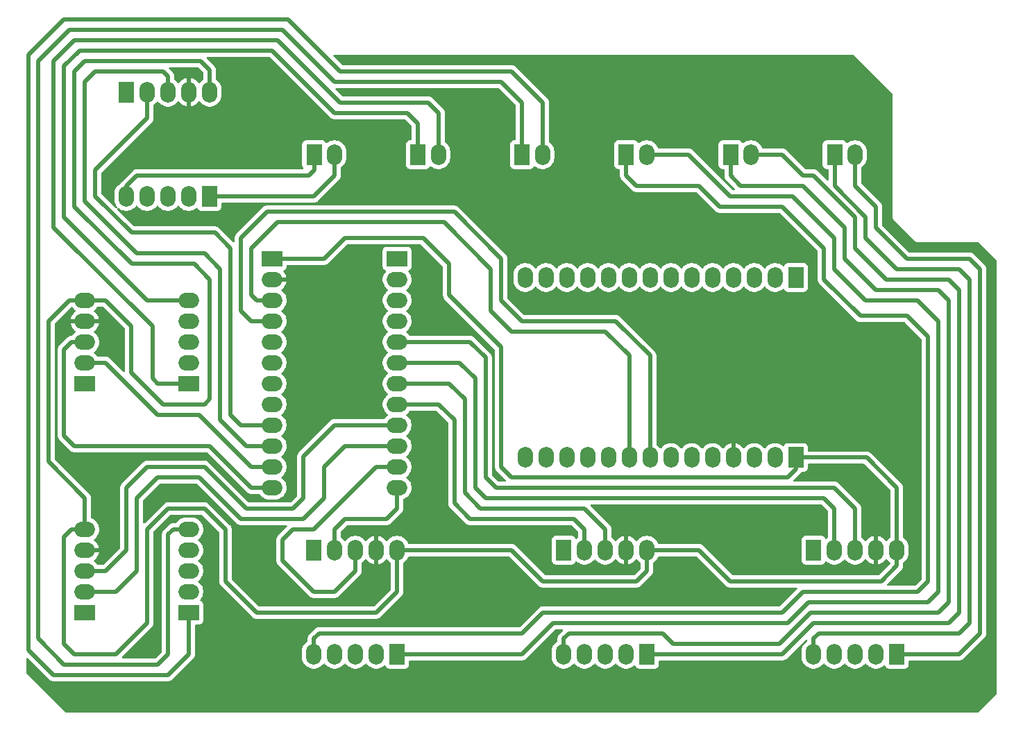
<source format=gbr>
%TF.GenerationSoftware,KiCad,Pcbnew,8.0.7*%
%TF.CreationDate,2025-01-15T15:04:11+01:00*%
%TF.ProjectId,PCB_designing,5043425f-6465-4736-9967-6e696e672e6b,rev?*%
%TF.SameCoordinates,Original*%
%TF.FileFunction,Copper,L2,Bot*%
%TF.FilePolarity,Positive*%
%FSLAX46Y46*%
G04 Gerber Fmt 4.6, Leading zero omitted, Abs format (unit mm)*
G04 Created by KiCad (PCBNEW 8.0.7) date 2025-01-15 15:04:11*
%MOMM*%
%LPD*%
G01*
G04 APERTURE LIST*
%TA.AperFunction,ComponentPad*%
%ADD10R,1.900000X2.500000*%
%TD*%
%TA.AperFunction,ComponentPad*%
%ADD11O,1.900000X2.500000*%
%TD*%
%TA.AperFunction,ComponentPad*%
%ADD12R,2.500000X1.900000*%
%TD*%
%TA.AperFunction,ComponentPad*%
%ADD13O,2.500000X1.900000*%
%TD*%
%TA.AperFunction,ViaPad*%
%ADD14C,1.600000*%
%TD*%
%TA.AperFunction,Conductor*%
%ADD15C,0.500000*%
%TD*%
G04 APERTURE END LIST*
D10*
%TO.P,J3,1,Pin_1*%
%TO.N,unconnected-(J3-Pin_1-Pad1)*%
X165480000Y-78486000D03*
D11*
%TO.P,J3,2,Pin_2*%
%TO.N,unconnected-(J3-Pin_2-Pad2)*%
X162940000Y-78486000D03*
%TO.P,J3,3,Pin_3*%
%TO.N,unconnected-(J3-Pin_3-Pad3)*%
X160400000Y-78486000D03*
%TO.P,J3,4,Pin_4*%
%TO.N,unconnected-(J3-Pin_4-Pad4)*%
X157860000Y-78486000D03*
%TO.P,J3,5,Pin_5*%
%TO.N,unconnected-(J3-Pin_5-Pad5)*%
X155320000Y-78486000D03*
%TO.P,J3,6,Pin_6*%
%TO.N,unconnected-(J3-Pin_6-Pad6)*%
X152780000Y-78486000D03*
%TO.P,J3,7,Pin_7*%
%TO.N,unconnected-(J3-Pin_7-Pad7)*%
X150240000Y-78486000D03*
%TO.P,J3,8,Pin_8*%
%TO.N,unconnected-(J3-Pin_8-Pad8)*%
X147700000Y-78486000D03*
%TO.P,J3,9,Pin_9*%
%TO.N,unconnected-(J3-Pin_9-Pad9)*%
X145160000Y-78486000D03*
%TO.P,J3,10,Pin_10*%
%TO.N,unconnected-(J3-Pin_10-Pad10)*%
X142620000Y-78486000D03*
%TO.P,J3,11,Pin_11*%
%TO.N,unconnected-(J3-Pin_11-Pad11)*%
X140080000Y-78486000D03*
%TO.P,J3,12,Pin_12*%
%TO.N,unconnected-(J3-Pin_12-Pad12)*%
X137540000Y-78486000D03*
%TO.P,J3,13,Pin_13*%
%TO.N,unconnected-(J3-Pin_13-Pad13)*%
X135000000Y-78486000D03*
%TO.P,J3,14,Pin_14*%
%TO.N,unconnected-(J3-Pin_14-Pad14)*%
X132460000Y-78486000D03*
%TD*%
D12*
%TO.P,J11,1,Pin_1*%
%TO.N,unconnected-(J11-Pin_1-Pad1)*%
X78740000Y-91440000D03*
D13*
%TO.P,J11,2,Pin_2*%
%TO.N,SDA1*%
X78740000Y-88900000D03*
%TO.P,J11,3,Pin_3*%
%TO.N,SCL1*%
X78740000Y-86360000D03*
%TO.P,J11,4,Pin_4*%
%TO.N,GND*%
X78740000Y-83820000D03*
%TO.P,J11,5,Pin_5*%
%TO.N,+5V*%
X78740000Y-81280000D03*
%TD*%
D10*
%TO.P,J7,1,Pin_1*%
%TO.N,Net-(J5-Pin_2)*%
X177800000Y-124460000D03*
D11*
%TO.P,J7,2,Pin_2*%
%TO.N,unconnected-(J7-Pin_2-Pad2)*%
X175260000Y-124460000D03*
%TO.P,J7,3,Pin_3*%
%TO.N,unconnected-(J7-Pin_3-Pad3)*%
X172720000Y-124460000D03*
%TO.P,J7,4,Pin_4*%
%TO.N,unconnected-(J7-Pin_4-Pad4)*%
X170180000Y-124460000D03*
%TO.P,J7,5,Pin_5*%
%TO.N,Net-(J5-Pin_1)*%
X167640000Y-124460000D03*
%TD*%
D12*
%TO.P,J1,1,Pin_1*%
%TO.N,+5V*%
X101600000Y-76200000D03*
D13*
%TO.P,J1,2,Pin_2*%
%TO.N,GND*%
X101600000Y-78740000D03*
%TO.P,J1,3,Pin_3*%
%TO.N,SDA*%
X101600000Y-81280000D03*
%TO.P,J1,4,Pin_4*%
%TO.N,SCL*%
X101600000Y-83820000D03*
%TO.P,J1,5,Pin_5*%
%TO.N,unconnected-(J1-Pin_5-Pad5)*%
X101600000Y-86360000D03*
%TO.P,J1,6,Pin_6*%
%TO.N,unconnected-(J1-Pin_6-Pad6)*%
X101600000Y-88900000D03*
%TO.P,J1,7,Pin_7*%
%TO.N,unconnected-(J1-Pin_7-Pad7)*%
X101600000Y-91440000D03*
%TO.P,J1,8,Pin_8*%
%TO.N,unconnected-(J1-Pin_8-Pad8)*%
X101600000Y-93980000D03*
%TO.P,J1,9,Pin_9*%
%TO.N,SDA0*%
X101600000Y-96520000D03*
%TO.P,J1,10,Pin_10*%
%TO.N,SCL0*%
X101600000Y-99060000D03*
%TO.P,J1,11,Pin_11*%
%TO.N,SDA1*%
X101600000Y-101600000D03*
%TO.P,J1,12,Pin_12*%
%TO.N,SCL1*%
X101600000Y-104140000D03*
%TD*%
D10*
%TO.P,J21,1,Pin_1*%
%TO.N,Net-(J18-Pin_5)*%
X144780000Y-63500000D03*
D11*
%TO.P,J21,2,Pin_2*%
%TO.N,Net-(J18-Pin_1)*%
X147280000Y-63500000D03*
%TD*%
D10*
%TO.P,J16,1,Pin_1*%
%TO.N,unconnected-(J16-Pin_1-Pad1)*%
X137160000Y-111760000D03*
D11*
%TO.P,J16,2,Pin_2*%
%TO.N,SDA4*%
X139700000Y-111760000D03*
%TO.P,J16,3,Pin_3*%
%TO.N,SCL4*%
X142240000Y-111760000D03*
%TO.P,J16,4,Pin_4*%
%TO.N,GND*%
X144780000Y-111760000D03*
%TO.P,J16,5,Pin_5*%
%TO.N,+5V*%
X147320000Y-111760000D03*
%TD*%
D10*
%TO.P,J22,1,Pin_1*%
%TO.N,Net-(J19-Pin_5)*%
X157520000Y-63500000D03*
D11*
%TO.P,J22,2,Pin_2*%
%TO.N,Net-(J19-Pin_1)*%
X160020000Y-63500000D03*
%TD*%
D10*
%TO.P,J13,1,Pin_1*%
%TO.N,Net-(J12-Pin_5)*%
X119380000Y-63500000D03*
D11*
%TO.P,J13,2,Pin_2*%
%TO.N,Net-(J12-Pin_1)*%
X121880000Y-63500000D03*
%TD*%
D10*
%TO.P,J10,1,Pin_1*%
%TO.N,Net-(J10-Pin_1)*%
X106720000Y-63500000D03*
D11*
%TO.P,J10,2,Pin_2*%
%TO.N,Net-(J10-Pin_2)*%
X109220000Y-63500000D03*
%TD*%
D10*
%TO.P,J20,1,Pin_1*%
%TO.N,Net-(J17-Pin_5)*%
X132080000Y-63500000D03*
D11*
%TO.P,J20,2,Pin_2*%
%TO.N,Net-(J17-Pin_1)*%
X134580000Y-63500000D03*
%TD*%
D12*
%TO.P,J2,1,Pin_1*%
%TO.N,unconnected-(J2-Pin_1-Pad1)*%
X116840000Y-76200000D03*
D13*
%TO.P,J2,2,Pin_2*%
%TO.N,unconnected-(J2-Pin_2-Pad2)*%
X116840000Y-78740000D03*
%TO.P,J2,3,Pin_3*%
%TO.N,unconnected-(J2-Pin_3-Pad3)*%
X116840000Y-81280000D03*
%TO.P,J2,4,Pin_4*%
%TO.N,unconnected-(J2-Pin_4-Pad4)*%
X116840000Y-83820000D03*
%TO.P,J2,5,Pin_5*%
%TO.N,SCL5*%
X116840000Y-86360000D03*
%TO.P,J2,6,Pin_6*%
%TO.N,SDA5*%
X116840000Y-88900000D03*
%TO.P,J2,7,Pin_7*%
%TO.N,SCL4*%
X116840000Y-91440000D03*
%TO.P,J2,8,Pin_8*%
%TO.N,SDA4*%
X116840000Y-93980000D03*
%TO.P,J2,9,Pin_9*%
%TO.N,SCL3*%
X116840000Y-96520000D03*
%TO.P,J2,10,Pin_10*%
%TO.N,SDA3*%
X116840000Y-99060000D03*
%TO.P,J2,11,Pin_11*%
%TO.N,SCL2*%
X116840000Y-101600000D03*
%TO.P,J2,12,Pin_12*%
%TO.N,SDA2*%
X116840000Y-104140000D03*
%TD*%
D10*
%TO.P,J15,1,Pin_1*%
%TO.N,unconnected-(J15-Pin_1-Pad1)*%
X106680000Y-111760000D03*
D11*
%TO.P,J15,2,Pin_2*%
%TO.N,SDA2*%
X109220000Y-111760000D03*
%TO.P,J15,3,Pin_3*%
%TO.N,SCL2*%
X111760000Y-111760000D03*
%TO.P,J15,4,Pin_4*%
%TO.N,GND*%
X114300000Y-111760000D03*
%TO.P,J15,5,Pin_5*%
%TO.N,+5V*%
X116840000Y-111760000D03*
%TD*%
D10*
%TO.P,J4,1,Pin_1*%
%TO.N,+5V*%
X165480000Y-100466000D03*
D11*
%TO.P,J4,2,Pin_2*%
%TO.N,unconnected-(J4-Pin_2-Pad2)*%
X162940000Y-100466000D03*
%TO.P,J4,3,Pin_3*%
%TO.N,unconnected-(J4-Pin_3-Pad3)*%
X160400000Y-100466000D03*
%TO.P,J4,4,Pin_4*%
%TO.N,GND*%
X157860000Y-100466000D03*
%TO.P,J4,5,Pin_5*%
%TO.N,unconnected-(J4-Pin_5-Pad5)*%
X155320000Y-100466000D03*
%TO.P,J4,6,Pin_6*%
%TO.N,unconnected-(J4-Pin_6-Pad6)*%
X152780000Y-100466000D03*
%TO.P,J4,7,Pin_7*%
%TO.N,unconnected-(J4-Pin_7-Pad7)*%
X150240000Y-100466000D03*
%TO.P,J4,8,Pin_8*%
%TO.N,SCL*%
X147700000Y-100466000D03*
%TO.P,J4,9,Pin_9*%
%TO.N,SDA*%
X145160000Y-100466000D03*
%TO.P,J4,10,Pin_10*%
%TO.N,unconnected-(J4-Pin_10-Pad10)*%
X142620000Y-100466000D03*
%TO.P,J4,11,Pin_11*%
%TO.N,unconnected-(J4-Pin_11-Pad11)*%
X140080000Y-100466000D03*
%TO.P,J4,12,Pin_12*%
%TO.N,unconnected-(J4-Pin_12-Pad12)*%
X137540000Y-100466000D03*
%TO.P,J4,13,Pin_13*%
%TO.N,unconnected-(J4-Pin_13-Pad13)*%
X135000000Y-100466000D03*
%TO.P,J4,14,Pin_14*%
%TO.N,unconnected-(J4-Pin_14-Pad14)*%
X132460000Y-100466000D03*
%TD*%
D10*
%TO.P,J6,1,Pin_1*%
%TO.N,unconnected-(J6-Pin_1-Pad1)*%
X167640000Y-111760000D03*
D11*
%TO.P,J6,2,Pin_2*%
%TO.N,SDA5*%
X170180000Y-111760000D03*
%TO.P,J6,3,Pin_3*%
%TO.N,SCL5*%
X172720000Y-111760000D03*
%TO.P,J6,4,Pin_4*%
%TO.N,GND*%
X175260000Y-111760000D03*
%TO.P,J6,5,Pin_5*%
%TO.N,+5V*%
X177800000Y-111760000D03*
%TD*%
D12*
%TO.P,J12,1,Pin_1*%
%TO.N,Net-(J12-Pin_1)*%
X91465000Y-91440000D03*
D13*
%TO.P,J12,2,Pin_2*%
%TO.N,unconnected-(J12-Pin_2-Pad2)*%
X91465000Y-88900000D03*
%TO.P,J12,3,Pin_3*%
%TO.N,unconnected-(J12-Pin_3-Pad3)*%
X91465000Y-86360000D03*
%TO.P,J12,4,Pin_4*%
%TO.N,unconnected-(J12-Pin_4-Pad4)*%
X91465000Y-83820000D03*
%TO.P,J12,5,Pin_5*%
%TO.N,Net-(J12-Pin_5)*%
X91465000Y-81280000D03*
%TD*%
D10*
%TO.P,J19,1,Pin_1*%
%TO.N,Net-(J19-Pin_1)*%
X147320000Y-124460000D03*
D11*
%TO.P,J19,2,Pin_2*%
%TO.N,unconnected-(J19-Pin_2-Pad2)*%
X144780000Y-124460000D03*
%TO.P,J19,3,Pin_3*%
%TO.N,unconnected-(J19-Pin_3-Pad3)*%
X142240000Y-124460000D03*
%TO.P,J19,4,Pin_4*%
%TO.N,unconnected-(J19-Pin_4-Pad4)*%
X139700000Y-124460000D03*
%TO.P,J19,5,Pin_5*%
%TO.N,Net-(J19-Pin_5)*%
X137160000Y-124460000D03*
%TD*%
D12*
%TO.P,J17,1,Pin_1*%
%TO.N,Net-(J17-Pin_1)*%
X91440000Y-119380000D03*
D13*
%TO.P,J17,2,Pin_2*%
%TO.N,unconnected-(J17-Pin_2-Pad2)*%
X91440000Y-116840000D03*
%TO.P,J17,3,Pin_3*%
%TO.N,unconnected-(J17-Pin_3-Pad3)*%
X91440000Y-114300000D03*
%TO.P,J17,4,Pin_4*%
%TO.N,unconnected-(J17-Pin_4-Pad4)*%
X91440000Y-111760000D03*
%TO.P,J17,5,Pin_5*%
%TO.N,Net-(J17-Pin_5)*%
X91440000Y-109220000D03*
%TD*%
D10*
%TO.P,J5,1,Pin_1*%
%TO.N,Net-(J5-Pin_1)*%
X170220000Y-63500000D03*
D11*
%TO.P,J5,2,Pin_2*%
%TO.N,Net-(J5-Pin_2)*%
X172720000Y-63500000D03*
%TD*%
D10*
%TO.P,J18,1,Pin_1*%
%TO.N,Net-(J18-Pin_1)*%
X116840000Y-124460000D03*
D11*
%TO.P,J18,2,Pin_2*%
%TO.N,unconnected-(J18-Pin_2-Pad2)*%
X114300000Y-124460000D03*
%TO.P,J18,3,Pin_3*%
%TO.N,unconnected-(J18-Pin_3-Pad3)*%
X111760000Y-124460000D03*
%TO.P,J18,4,Pin_4*%
%TO.N,unconnected-(J18-Pin_4-Pad4)*%
X109220000Y-124460000D03*
%TO.P,J18,5,Pin_5*%
%TO.N,Net-(J18-Pin_5)*%
X106680000Y-124460000D03*
%TD*%
D10*
%TO.P,J9,1,Pin_1*%
%TO.N,Net-(J10-Pin_2)*%
X93950000Y-68605000D03*
D11*
%TO.P,J9,2,Pin_2*%
%TO.N,unconnected-(J9-Pin_2-Pad2)*%
X91410000Y-68605000D03*
%TO.P,J9,3,Pin_3*%
%TO.N,unconnected-(J9-Pin_3-Pad3)*%
X88870000Y-68605000D03*
%TO.P,J9,4,Pin_4*%
%TO.N,unconnected-(J9-Pin_4-Pad4)*%
X86330000Y-68605000D03*
%TO.P,J9,5,Pin_5*%
%TO.N,Net-(J10-Pin_1)*%
X83790000Y-68605000D03*
%TD*%
D12*
%TO.P,J14,1,Pin_1*%
%TO.N,unconnected-(J14-Pin_1-Pad1)*%
X78740000Y-119380000D03*
D13*
%TO.P,J14,2,Pin_2*%
%TO.N,SDA3*%
X78740000Y-116840000D03*
%TO.P,J14,3,Pin_3*%
%TO.N,SCL3*%
X78740000Y-114300000D03*
%TO.P,J14,4,Pin_4*%
%TO.N,GND*%
X78740000Y-111760000D03*
%TO.P,J14,5,Pin_5*%
%TO.N,+5V*%
X78740000Y-109220000D03*
%TD*%
D10*
%TO.P,J8,1,Pin_1*%
%TO.N,unconnected-(J8-Pin_1-Pad1)*%
X83820000Y-55880000D03*
D11*
%TO.P,J8,2,Pin_2*%
%TO.N,SDA0*%
X86360000Y-55880000D03*
%TO.P,J8,3,Pin_3*%
%TO.N,SCL0*%
X88900000Y-55880000D03*
%TO.P,J8,4,Pin_4*%
%TO.N,GND*%
X91440000Y-55880000D03*
%TO.P,J8,5,Pin_5*%
%TO.N,+5V*%
X93980000Y-55880000D03*
%TD*%
D14*
%TO.N,GND*%
X112395000Y-79375000D03*
X112395000Y-67945000D03*
X174625000Y-95250000D03*
X174625000Y-104775000D03*
X121285000Y-116205000D03*
X121285000Y-104140000D03*
%TD*%
D15*
%TO.N,+5V*%
X153670000Y-111760000D02*
X147320000Y-111760000D01*
X175895000Y-115570000D02*
X157480000Y-115570000D01*
X177800000Y-113665000D02*
X175895000Y-115570000D01*
X157480000Y-115570000D02*
X153670000Y-111760000D01*
X177800000Y-111760000D02*
X177800000Y-113665000D01*
X165480000Y-101855000D02*
X165480000Y-100466000D01*
X164465000Y-102870000D02*
X165480000Y-101855000D01*
X130810000Y-102870000D02*
X164465000Y-102870000D01*
X129540000Y-101600000D02*
X130810000Y-102870000D01*
X129540000Y-86995000D02*
X129540000Y-101600000D01*
X123190000Y-80645000D02*
X129540000Y-86995000D01*
X120015000Y-73660000D02*
X123190000Y-76835000D01*
X110490000Y-73660000D02*
X120015000Y-73660000D01*
X123190000Y-76835000D02*
X123190000Y-80645000D01*
X107950000Y-76200000D02*
X110490000Y-73660000D01*
X101600000Y-76200000D02*
X107950000Y-76200000D01*
%TO.N,SCL5*%
X128905000Y-104140000D02*
X170180000Y-104140000D01*
X127635000Y-102870000D02*
X128905000Y-104140000D01*
X172720000Y-106680000D02*
X172720000Y-111760000D01*
X127635000Y-88265000D02*
X127635000Y-102870000D01*
X170180000Y-104140000D02*
X172720000Y-106680000D01*
X125730000Y-86360000D02*
X127635000Y-88265000D01*
X116840000Y-86360000D02*
X125730000Y-86360000D01*
%TO.N,SDA5*%
X124460000Y-88900000D02*
X116840000Y-88900000D01*
X127635000Y-105410000D02*
X126365000Y-104140000D01*
X126365000Y-104140000D02*
X126365000Y-90805000D01*
X126365000Y-90805000D02*
X124460000Y-88900000D01*
X168910000Y-105410000D02*
X127635000Y-105410000D01*
X170180000Y-111760000D02*
X170180000Y-106680000D01*
X170180000Y-106680000D02*
X168910000Y-105410000D01*
%TO.N,SDA4*%
X123825000Y-95885000D02*
X121920000Y-93980000D01*
X125730000Y-107950000D02*
X123825000Y-106045000D01*
X121920000Y-93980000D02*
X116840000Y-93980000D01*
X138430000Y-107950000D02*
X125730000Y-107950000D01*
X139700000Y-109220000D02*
X138430000Y-107950000D01*
X139700000Y-111760000D02*
X139700000Y-109220000D01*
X123825000Y-106045000D02*
X123825000Y-95885000D01*
%TO.N,SCL4*%
X142240000Y-109220000D02*
X142240000Y-111760000D01*
X139700000Y-106680000D02*
X142240000Y-109220000D01*
X125095000Y-93345000D02*
X125095000Y-104775000D01*
X123190000Y-91440000D02*
X125095000Y-93345000D01*
X125095000Y-104775000D02*
X127000000Y-106680000D01*
X116840000Y-91440000D02*
X123190000Y-91440000D01*
X127000000Y-106680000D02*
X139700000Y-106680000D01*
%TO.N,SDA*%
X145160000Y-88010000D02*
X145160000Y-100466000D01*
X142240000Y-85090000D02*
X145160000Y-88010000D01*
X130810000Y-85090000D02*
X142240000Y-85090000D01*
X128270000Y-77470000D02*
X128270000Y-82550000D01*
X122555000Y-71755000D02*
X128270000Y-77470000D01*
X128270000Y-82550000D02*
X130810000Y-85090000D01*
X99060000Y-80645000D02*
X99060000Y-74930000D01*
X99060000Y-74930000D02*
X102235000Y-71755000D01*
X99695000Y-81280000D02*
X99060000Y-80645000D01*
X102235000Y-71755000D02*
X122555000Y-71755000D01*
X101600000Y-81280000D02*
X99695000Y-81280000D01*
%TO.N,SCL*%
X147700000Y-88010000D02*
X147700000Y-100466000D01*
X143510000Y-83820000D02*
X147700000Y-88010000D01*
X129540000Y-81280000D02*
X132080000Y-83820000D01*
X129540000Y-76200000D02*
X129540000Y-81280000D01*
X123825000Y-70485000D02*
X129540000Y-76200000D01*
X100965000Y-70485000D02*
X123825000Y-70485000D01*
X97790000Y-73660000D02*
X100965000Y-70485000D01*
X97790000Y-82550000D02*
X97790000Y-73660000D01*
X132080000Y-83820000D02*
X143510000Y-83820000D01*
X101600000Y-83820000D02*
X99060000Y-83820000D01*
X99060000Y-83820000D02*
X97790000Y-82550000D01*
%TO.N,Net-(J17-Pin_5)*%
X89535000Y-109220000D02*
X91440000Y-109220000D01*
X88900000Y-109855000D02*
X89535000Y-109220000D01*
X88900000Y-124460000D02*
X88900000Y-109855000D01*
X87630000Y-125730000D02*
X88900000Y-124460000D01*
X76200000Y-125730000D02*
X87630000Y-125730000D01*
X73025000Y-122555000D02*
X76200000Y-125730000D01*
X76835000Y-48260000D02*
X73025000Y-52070000D01*
X109220000Y-54610000D02*
X102870000Y-48260000D01*
X129540000Y-54610000D02*
X109220000Y-54610000D01*
X73025000Y-52070000D02*
X73025000Y-122555000D01*
X102870000Y-48260000D02*
X76835000Y-48260000D01*
X132080000Y-57150000D02*
X129540000Y-54610000D01*
X132080000Y-63500000D02*
X132080000Y-57150000D01*
%TO.N,+5V*%
X78740000Y-105410000D02*
X78740000Y-109220000D01*
X76835000Y-81280000D02*
X74295000Y-83820000D01*
X78740000Y-81280000D02*
X76835000Y-81280000D01*
X74295000Y-83820000D02*
X74295000Y-100965000D01*
X74295000Y-100965000D02*
X78740000Y-105410000D01*
%TO.N,Net-(J17-Pin_1)*%
X134620000Y-57150000D02*
X134580000Y-57190000D01*
X109855000Y-53340000D02*
X130810000Y-53340000D01*
X103505000Y-46990000D02*
X109855000Y-53340000D01*
X71870000Y-123940000D02*
X71870000Y-51320000D01*
X76200000Y-46990000D02*
X103505000Y-46990000D01*
X134580000Y-57190000D02*
X134580000Y-63500000D01*
X74930000Y-127000000D02*
X71870000Y-123940000D01*
X88900000Y-127000000D02*
X74930000Y-127000000D01*
X91440000Y-124460000D02*
X88900000Y-127000000D01*
X130810000Y-53340000D02*
X134620000Y-57150000D01*
X91440000Y-119380000D02*
X91440000Y-124460000D01*
X71870000Y-51320000D02*
X76200000Y-46990000D01*
%TO.N,Net-(J12-Pin_1)*%
X121880000Y-59730000D02*
X121880000Y-63500000D01*
X121920000Y-59690000D02*
X121880000Y-59730000D01*
X121920000Y-58420000D02*
X121920000Y-59690000D01*
X120650000Y-57150000D02*
X121920000Y-58420000D01*
X102235000Y-49530000D02*
X109855000Y-57150000D01*
X109855000Y-57150000D02*
X120650000Y-57150000D01*
X74930000Y-52070000D02*
X77470000Y-49530000D01*
X74930000Y-72390000D02*
X74930000Y-52070000D01*
X86995000Y-84455000D02*
X74930000Y-72390000D01*
X86995000Y-90805000D02*
X86995000Y-84455000D01*
X87630000Y-91440000D02*
X86995000Y-90805000D01*
X77470000Y-49530000D02*
X102235000Y-49530000D01*
X91465000Y-91440000D02*
X87630000Y-91440000D01*
%TO.N,+5V*%
X93980000Y-53181250D02*
X93980000Y-55880000D01*
X78740000Y-52070000D02*
X92868750Y-52070000D01*
X77470000Y-69850000D02*
X77470000Y-53340000D01*
X84455000Y-76835000D02*
X77470000Y-69850000D01*
X92075000Y-76835000D02*
X84455000Y-76835000D01*
X93980000Y-78740000D02*
X92075000Y-76835000D01*
X93345000Y-93980000D02*
X93980000Y-93345000D01*
X93980000Y-93345000D02*
X93980000Y-78740000D01*
X88265000Y-93980000D02*
X93345000Y-93980000D01*
X84390000Y-90105000D02*
X88265000Y-93980000D01*
X84390000Y-84390000D02*
X84390000Y-90105000D01*
X92868750Y-52070000D02*
X93980000Y-53181250D01*
X78740000Y-81280000D02*
X81280000Y-81280000D01*
X81280000Y-81280000D02*
X84390000Y-84390000D01*
X77470000Y-53340000D02*
X78740000Y-52070000D01*
%TO.N,Net-(J19-Pin_5)*%
X137160000Y-122555000D02*
X137160000Y-124460000D01*
X137795000Y-121920000D02*
X137160000Y-122555000D01*
X149225000Y-121920000D02*
X137795000Y-121920000D01*
X150495000Y-123190000D02*
X149225000Y-121920000D01*
X163512500Y-123190000D02*
X150495000Y-123190000D01*
X167322500Y-119380000D02*
X163512500Y-123190000D01*
X182880000Y-119380000D02*
X167322500Y-119380000D01*
X184150000Y-118110000D02*
X182880000Y-119380000D01*
X184150000Y-81280000D02*
X184150000Y-118110000D01*
X171450000Y-76200000D02*
X175260000Y-80010000D01*
X182880000Y-80010000D02*
X184150000Y-81280000D01*
X158750000Y-67310000D02*
X166370000Y-67310000D01*
X166370000Y-67310000D02*
X171450000Y-72390000D01*
X175260000Y-80010000D02*
X182880000Y-80010000D01*
X157520000Y-66080000D02*
X158750000Y-67310000D01*
X171450000Y-72390000D02*
X171450000Y-76200000D01*
X157520000Y-63500000D02*
X157520000Y-66080000D01*
%TO.N,+5V*%
X177800000Y-111760000D02*
X177800000Y-104140000D01*
X86360000Y-109220000D02*
X88900000Y-106680000D01*
X77152500Y-109220000D02*
X76200000Y-110172500D01*
X114300000Y-119380000D02*
X116840000Y-116840000D01*
X177800000Y-104140000D02*
X174126000Y-100466000D01*
X82550000Y-124460000D02*
X86360000Y-120650000D01*
X78740000Y-109220000D02*
X77152500Y-109220000D01*
X174126000Y-100466000D02*
X165480000Y-100466000D01*
X76200000Y-123190000D02*
X77470000Y-124460000D01*
X134620000Y-115570000D02*
X146050000Y-115570000D01*
X88900000Y-106680000D02*
X93345000Y-106680000D01*
X95885000Y-109220000D02*
X95885000Y-115570000D01*
X86360000Y-120650000D02*
X86360000Y-109220000D01*
X147320000Y-114300000D02*
X147320000Y-111760000D01*
X93345000Y-106680000D02*
X95885000Y-109220000D01*
X116840000Y-111760000D02*
X130810000Y-111760000D01*
X146050000Y-115570000D02*
X147320000Y-114300000D01*
X77470000Y-124460000D02*
X82550000Y-124460000D01*
X116840000Y-116840000D02*
X116840000Y-111760000D01*
X130810000Y-111760000D02*
X134620000Y-115570000D01*
X76200000Y-110172500D02*
X76200000Y-123190000D01*
X99695000Y-119380000D02*
X114300000Y-119380000D01*
X95885000Y-115570000D02*
X99695000Y-119380000D01*
%TO.N,SCL1*%
X77152500Y-86360000D02*
X76200000Y-87312500D01*
X99060000Y-104140000D02*
X101600000Y-104140000D01*
X78740000Y-86360000D02*
X77152500Y-86360000D01*
X93980000Y-99060000D02*
X99060000Y-104140000D01*
X76200000Y-87312500D02*
X76200000Y-97790000D01*
X76200000Y-97790000D02*
X77470000Y-99060000D01*
X77470000Y-99060000D02*
X93980000Y-99060000D01*
%TO.N,SDA0*%
X80010000Y-65405000D02*
X86360000Y-59055000D01*
X96520000Y-95250000D02*
X96520000Y-74930000D01*
X84455000Y-73025000D02*
X80010000Y-68580000D01*
X94615000Y-73025000D02*
X84455000Y-73025000D01*
X96520000Y-74930000D02*
X94615000Y-73025000D01*
X86360000Y-59055000D02*
X86360000Y-55880000D01*
X101600000Y-96520000D02*
X97790000Y-96520000D01*
X97790000Y-96520000D02*
X96520000Y-95250000D01*
X80010000Y-68580000D02*
X80010000Y-65405000D01*
%TO.N,SCL0*%
X88900000Y-55880000D02*
X88900000Y-53975000D01*
X80010000Y-53340000D02*
X78740000Y-54610000D01*
X98425000Y-99060000D02*
X101600000Y-99060000D01*
X95250000Y-77470000D02*
X95250000Y-95885000D01*
X88265000Y-53340000D02*
X80010000Y-53340000D01*
X95250000Y-95885000D02*
X98425000Y-99060000D01*
X78740000Y-69215000D02*
X85090000Y-75565000D01*
X85090000Y-75565000D02*
X93345000Y-75565000D01*
X78740000Y-54610000D02*
X78740000Y-69215000D01*
X93345000Y-75565000D02*
X95250000Y-77470000D01*
X88900000Y-53975000D02*
X88265000Y-53340000D01*
%TO.N,SDA1*%
X81280000Y-88900000D02*
X78740000Y-88900000D01*
X87630000Y-95250000D02*
X81280000Y-88900000D01*
X99060000Y-101600000D02*
X92710000Y-95250000D01*
X92710000Y-95250000D02*
X87630000Y-95250000D01*
X101600000Y-101600000D02*
X99060000Y-101600000D01*
%TO.N,SDA2*%
X109220000Y-109220000D02*
X110490000Y-107950000D01*
X110490000Y-107950000D02*
X115570000Y-107950000D01*
X115570000Y-107950000D02*
X116840000Y-106680000D01*
X109220000Y-111760000D02*
X109220000Y-109220000D01*
X116840000Y-106680000D02*
X116840000Y-104140000D01*
%TO.N,SCL2*%
X106680000Y-116840000D02*
X102870000Y-113030000D01*
X102870000Y-113030000D02*
X102870000Y-110490000D01*
X111760000Y-111760000D02*
X111760000Y-114300000D01*
X114300000Y-101600000D02*
X116840000Y-101600000D01*
X106680000Y-109220000D02*
X114300000Y-101600000D01*
X102870000Y-110490000D02*
X104140000Y-109220000D01*
X104140000Y-109220000D02*
X106680000Y-109220000D01*
X109220000Y-116840000D02*
X106680000Y-116840000D01*
X111760000Y-114300000D02*
X109220000Y-116840000D01*
%TO.N,SCL3*%
X98425000Y-106680000D02*
X104140000Y-106680000D01*
X81280000Y-114300000D02*
X83820000Y-111760000D01*
X105410000Y-105410000D02*
X105410000Y-100330000D01*
X93345000Y-101600000D02*
X98425000Y-106680000D01*
X83820000Y-111760000D02*
X83820000Y-104140000D01*
X86360000Y-101600000D02*
X93345000Y-101600000D01*
X104140000Y-106680000D02*
X105410000Y-105410000D01*
X105410000Y-100330000D02*
X109220000Y-96520000D01*
X78740000Y-114300000D02*
X81280000Y-114300000D01*
X83820000Y-104140000D02*
X86360000Y-101600000D01*
X109220000Y-96520000D02*
X116840000Y-96520000D01*
%TO.N,SDA3*%
X87630000Y-102870000D02*
X92710000Y-102870000D01*
X110490000Y-99060000D02*
X116840000Y-99060000D01*
X85090000Y-105410000D02*
X87630000Y-102870000D01*
X82550000Y-116840000D02*
X85090000Y-114300000D01*
X107950000Y-101600000D02*
X110490000Y-99060000D01*
X107950000Y-105410000D02*
X107950000Y-101600000D01*
X78740000Y-116840000D02*
X82550000Y-116840000D01*
X92710000Y-102870000D02*
X97790000Y-107950000D01*
X97790000Y-107950000D02*
X105410000Y-107950000D01*
X85090000Y-114300000D02*
X85090000Y-105410000D01*
X105410000Y-107950000D02*
X107950000Y-105410000D01*
%TO.N,Net-(J5-Pin_1)*%
X167640000Y-122555000D02*
X168275000Y-121920000D01*
X170220000Y-67350000D02*
X170220000Y-63500000D01*
X167640000Y-124460000D02*
X167640000Y-122555000D01*
X186690000Y-78740000D02*
X185420000Y-77470000D01*
X168275000Y-121920000D02*
X185420000Y-121920000D01*
X185420000Y-77470000D02*
X177800000Y-77470000D01*
X173990000Y-73660000D02*
X173990000Y-71120000D01*
X185420000Y-121920000D02*
X186690000Y-120650000D01*
X173990000Y-71120000D02*
X170220000Y-67350000D01*
X186690000Y-120650000D02*
X186690000Y-78740000D01*
X177800000Y-77470000D02*
X173990000Y-73660000D01*
%TO.N,Net-(J5-Pin_2)*%
X172720000Y-67310000D02*
X175260000Y-69850000D01*
X175260000Y-72390000D02*
X179070000Y-76200000D01*
X185420000Y-124460000D02*
X177800000Y-124460000D01*
X187960000Y-121920000D02*
X185420000Y-124460000D01*
X179070000Y-76200000D02*
X186690000Y-76200000D01*
X172720000Y-63500000D02*
X172720000Y-67310000D01*
X175260000Y-69850000D02*
X175260000Y-72390000D01*
X186690000Y-76200000D02*
X187960000Y-77470000D01*
X187960000Y-77470000D02*
X187960000Y-121920000D01*
%TO.N,Net-(J10-Pin_2)*%
X109220000Y-66040000D02*
X109220000Y-63500000D01*
X106655000Y-68605000D02*
X109220000Y-66040000D01*
X93950000Y-68605000D02*
X106655000Y-68605000D01*
%TO.N,Net-(J10-Pin_1)*%
X83790000Y-68605000D02*
X83790000Y-67340000D01*
X83790000Y-67340000D02*
X85090000Y-66040000D01*
X85090000Y-66040000D02*
X106045000Y-66040000D01*
X106720000Y-65365000D02*
X106720000Y-63500000D01*
X106045000Y-66040000D02*
X106720000Y-65365000D01*
%TO.N,Net-(J12-Pin_5)*%
X119380000Y-59690000D02*
X118110000Y-58420000D01*
X109220000Y-58420000D02*
X101600000Y-50800000D01*
X86360000Y-81280000D02*
X91465000Y-81280000D01*
X119380000Y-63500000D02*
X119380000Y-59690000D01*
X78105000Y-50800000D02*
X76200000Y-52705000D01*
X101600000Y-50800000D02*
X78105000Y-50800000D01*
X76200000Y-52705000D02*
X76200000Y-71120000D01*
X118110000Y-58420000D02*
X109220000Y-58420000D01*
X76200000Y-71120000D02*
X86360000Y-81280000D01*
%TO.N,Net-(J18-Pin_1)*%
X135890000Y-120650000D02*
X164465000Y-120650000D01*
X116840000Y-124460000D02*
X132080000Y-124460000D01*
X182880000Y-83820000D02*
X180340000Y-81280000D01*
X170180000Y-77470000D02*
X170180000Y-73660000D01*
X132080000Y-124460000D02*
X135890000Y-120650000D01*
X164465000Y-120650000D02*
X167005000Y-118110000D01*
X173990000Y-81280000D02*
X170180000Y-77470000D01*
X157480000Y-68580000D02*
X152400000Y-63500000D01*
X182880000Y-116840000D02*
X182880000Y-83820000D01*
X181610000Y-118110000D02*
X182880000Y-116840000D01*
X152400000Y-63500000D02*
X147280000Y-63500000D01*
X165100000Y-68580000D02*
X157480000Y-68580000D01*
X167005000Y-118110000D02*
X181610000Y-118110000D01*
X170180000Y-73660000D02*
X165100000Y-68580000D01*
X180340000Y-81280000D02*
X173990000Y-81280000D01*
%TO.N,Net-(J18-Pin_5)*%
X132080000Y-121920000D02*
X107315000Y-121920000D01*
X146050000Y-67310000D02*
X153670000Y-67310000D01*
X173355000Y-83185000D02*
X179070000Y-83185000D01*
X163830000Y-69850000D02*
X168910000Y-74930000D01*
X156210000Y-69850000D02*
X163830000Y-69850000D01*
X134620000Y-119380000D02*
X132080000Y-121920000D01*
X153670000Y-67310000D02*
X156210000Y-69850000D01*
X168910000Y-74930000D02*
X168910000Y-78740000D01*
X181610000Y-85725000D02*
X181610000Y-115570000D01*
X107315000Y-121920000D02*
X106680000Y-122555000D01*
X168910000Y-78740000D02*
X173355000Y-83185000D01*
X179070000Y-83185000D02*
X181610000Y-85725000D01*
X106680000Y-122555000D02*
X106680000Y-124460000D01*
X166370000Y-116840000D02*
X163830000Y-119380000D01*
X144780000Y-63500000D02*
X144780000Y-66040000D01*
X144780000Y-66040000D02*
X146050000Y-67310000D01*
X180340000Y-116840000D02*
X166370000Y-116840000D01*
X163830000Y-119380000D02*
X134620000Y-119380000D01*
X181610000Y-115570000D02*
X180340000Y-116840000D01*
%TO.N,Net-(J19-Pin_1)*%
X172720000Y-71120000D02*
X167640000Y-66040000D01*
X163830000Y-63500000D02*
X160020000Y-63500000D01*
X163830000Y-124460000D02*
X167640000Y-120650000D01*
X185420000Y-80010000D02*
X184150000Y-78740000D01*
X172720000Y-74930000D02*
X172720000Y-71120000D01*
X167640000Y-66040000D02*
X166370000Y-66040000D01*
X166370000Y-66040000D02*
X163830000Y-63500000D01*
X184150000Y-78740000D02*
X176530000Y-78740000D01*
X176530000Y-78740000D02*
X172720000Y-74930000D01*
X167640000Y-120650000D02*
X184150000Y-120650000D01*
X185420000Y-119380000D02*
X185420000Y-80010000D01*
X184150000Y-120650000D02*
X185420000Y-119380000D01*
X147320000Y-124460000D02*
X163830000Y-124460000D01*
%TD*%
%TA.AperFunction,Conductor*%
%TO.N,GND*%
G36*
X172528363Y-51320185D02*
G01*
X172549005Y-51336819D01*
X177263181Y-56050995D01*
X177296666Y-56112318D01*
X177299500Y-56138676D01*
X177299500Y-71185891D01*
X177333608Y-71313187D01*
X177366554Y-71370250D01*
X177399500Y-71427314D01*
X179939500Y-73967314D01*
X180032686Y-74060500D01*
X180146814Y-74126392D01*
X180274107Y-74160500D01*
X180274108Y-74160500D01*
X187701324Y-74160500D01*
X187768363Y-74180185D01*
X187789005Y-74196819D01*
X189963181Y-76370995D01*
X189996666Y-76432318D01*
X189999500Y-76458676D01*
X189999500Y-129281324D01*
X189979815Y-129348363D01*
X189963181Y-129369005D01*
X187789005Y-131543181D01*
X187727682Y-131576666D01*
X187701324Y-131579500D01*
X76458676Y-131579500D01*
X76391637Y-131559815D01*
X76370995Y-131543181D01*
X71656819Y-126829005D01*
X71623334Y-126767682D01*
X71620500Y-126741324D01*
X71620500Y-125051229D01*
X71640185Y-124984190D01*
X71692989Y-124938435D01*
X71762147Y-124928491D01*
X71825703Y-124957516D01*
X71832181Y-124963548D01*
X74347049Y-127478416D01*
X74451584Y-127582951D01*
X74451587Y-127582953D01*
X74451588Y-127582954D01*
X74574503Y-127665083D01*
X74574506Y-127665085D01*
X74631079Y-127688518D01*
X74631080Y-127688518D01*
X74711088Y-127721659D01*
X74827241Y-127744763D01*
X74846468Y-127748587D01*
X74856081Y-127750500D01*
X74856082Y-127750500D01*
X88973920Y-127750500D01*
X89071462Y-127731096D01*
X89118913Y-127721658D01*
X89255495Y-127665084D01*
X89304729Y-127632186D01*
X89378416Y-127582952D01*
X92022951Y-124938416D01*
X92105084Y-124815495D01*
X92161658Y-124678913D01*
X92165090Y-124661658D01*
X92190500Y-124533918D01*
X92190500Y-120954499D01*
X92210185Y-120887460D01*
X92262989Y-120841705D01*
X92314500Y-120830499D01*
X92737871Y-120830499D01*
X92737872Y-120830499D01*
X92797483Y-120824091D01*
X92932331Y-120773796D01*
X93047546Y-120687546D01*
X93133796Y-120572331D01*
X93184091Y-120437483D01*
X93190500Y-120377873D01*
X93190499Y-118382128D01*
X93184091Y-118322517D01*
X93133796Y-118187669D01*
X93133795Y-118187668D01*
X93133793Y-118187664D01*
X93047547Y-118072455D01*
X93047544Y-118072452D01*
X92932335Y-117986206D01*
X92932328Y-117986202D01*
X92902566Y-117975102D01*
X92846632Y-117933231D01*
X92822215Y-117867767D01*
X92837066Y-117799494D01*
X92845581Y-117786034D01*
X92846375Y-117784940D01*
X92846379Y-117784937D01*
X92980579Y-117600228D01*
X93084231Y-117396799D01*
X93154784Y-117179660D01*
X93159827Y-117147819D01*
X93190500Y-116954162D01*
X93190500Y-116725837D01*
X93154784Y-116500339D01*
X93101685Y-116336919D01*
X93084231Y-116283201D01*
X93084229Y-116283198D01*
X93084229Y-116283196D01*
X92995015Y-116108105D01*
X92980579Y-116079772D01*
X92846379Y-115895063D01*
X92684937Y-115733621D01*
X92597807Y-115670317D01*
X92555143Y-115614988D01*
X92549164Y-115545374D01*
X92581770Y-115483579D01*
X92597807Y-115469683D01*
X92684937Y-115406379D01*
X92846379Y-115244937D01*
X92980579Y-115060228D01*
X93084231Y-114856799D01*
X93154784Y-114639660D01*
X93173908Y-114518917D01*
X93190500Y-114414162D01*
X93190500Y-114185837D01*
X93154784Y-113960339D01*
X93084229Y-113743196D01*
X92995015Y-113568105D01*
X92980579Y-113539772D01*
X92846379Y-113355063D01*
X92684937Y-113193621D01*
X92597807Y-113130317D01*
X92555143Y-113074988D01*
X92549164Y-113005374D01*
X92581770Y-112943579D01*
X92597807Y-112929683D01*
X92684937Y-112866379D01*
X92846379Y-112704937D01*
X92980579Y-112520228D01*
X93084231Y-112316799D01*
X93154784Y-112099660D01*
X93168985Y-112010000D01*
X93190500Y-111874162D01*
X93190500Y-111645837D01*
X93154784Y-111420339D01*
X93084229Y-111203196D01*
X92990653Y-111019544D01*
X92980579Y-110999772D01*
X92846379Y-110815063D01*
X92684937Y-110653621D01*
X92597807Y-110590317D01*
X92555143Y-110534988D01*
X92549164Y-110465374D01*
X92581770Y-110403579D01*
X92597807Y-110389683D01*
X92684937Y-110326379D01*
X92846379Y-110164937D01*
X92980579Y-109980228D01*
X93084231Y-109776799D01*
X93154784Y-109559660D01*
X93165097Y-109494548D01*
X93190500Y-109334162D01*
X93190500Y-109105837D01*
X93154784Y-108880339D01*
X93119903Y-108772989D01*
X93084231Y-108663201D01*
X93084229Y-108663198D01*
X93084229Y-108663196D01*
X93017115Y-108531479D01*
X92980579Y-108459772D01*
X92846379Y-108275063D01*
X92684937Y-108113621D01*
X92500228Y-107979421D01*
X92296803Y-107875770D01*
X92079660Y-107805215D01*
X91854162Y-107769500D01*
X91854157Y-107769500D01*
X91025843Y-107769500D01*
X91025838Y-107769500D01*
X90800339Y-107805215D01*
X90583196Y-107875770D01*
X90379771Y-107979421D01*
X90195061Y-108113622D01*
X90033622Y-108275061D01*
X89929490Y-108418386D01*
X89874159Y-108461051D01*
X89829172Y-108469500D01*
X89461076Y-108469500D01*
X89432242Y-108475234D01*
X89432243Y-108475235D01*
X89316093Y-108498339D01*
X89316083Y-108498342D01*
X89236081Y-108531479D01*
X89236082Y-108531480D01*
X89179506Y-108554915D01*
X89138645Y-108582218D01*
X89056582Y-108637049D01*
X88317045Y-109376586D01*
X88286705Y-109421997D01*
X88286703Y-109422000D01*
X88234914Y-109499507D01*
X88178343Y-109636082D01*
X88178340Y-109636092D01*
X88149500Y-109781079D01*
X88149500Y-124097770D01*
X88129815Y-124164809D01*
X88113181Y-124185451D01*
X87355451Y-124943181D01*
X87294128Y-124976666D01*
X87267770Y-124979500D01*
X83391230Y-124979500D01*
X83324191Y-124959815D01*
X83278436Y-124907011D01*
X83268492Y-124837853D01*
X83297517Y-124774297D01*
X83303549Y-124767819D01*
X84025531Y-124045837D01*
X86942952Y-121128415D01*
X86970205Y-121087627D01*
X87025084Y-121005495D01*
X87048518Y-120948920D01*
X87081659Y-120868912D01*
X87110500Y-120723917D01*
X87110500Y-120576082D01*
X87110500Y-109582229D01*
X87130185Y-109515190D01*
X87146819Y-109494548D01*
X89174548Y-107466819D01*
X89235871Y-107433334D01*
X89262229Y-107430500D01*
X92982770Y-107430500D01*
X93049809Y-107450185D01*
X93070451Y-107466819D01*
X95098181Y-109494548D01*
X95131666Y-109555871D01*
X95134500Y-109582229D01*
X95134500Y-115643918D01*
X95134500Y-115643920D01*
X95134499Y-115643920D01*
X95163340Y-115788907D01*
X95163343Y-115788917D01*
X95219914Y-115925492D01*
X95238539Y-115953366D01*
X95238540Y-115953369D01*
X95302046Y-116048414D01*
X95302052Y-116048421D01*
X98196016Y-118942383D01*
X99112048Y-119858415D01*
X99112049Y-119858416D01*
X99216584Y-119962951D01*
X99216587Y-119962953D01*
X99216588Y-119962954D01*
X99339503Y-120045083D01*
X99339506Y-120045085D01*
X99392530Y-120067048D01*
X99392531Y-120067048D01*
X99476088Y-120101659D01*
X99592241Y-120124763D01*
X99611468Y-120128587D01*
X99621081Y-120130500D01*
X99621082Y-120130500D01*
X114373920Y-120130500D01*
X114471462Y-120111096D01*
X114518913Y-120101658D01*
X114655495Y-120045084D01*
X114704729Y-120012186D01*
X114778416Y-119962952D01*
X117422951Y-117318416D01*
X117505084Y-117195495D01*
X117561658Y-117058913D01*
X117561658Y-117058912D01*
X117590500Y-116913918D01*
X117590500Y-113370828D01*
X117610185Y-113303789D01*
X117641614Y-113270510D01*
X117784937Y-113166379D01*
X117946379Y-113004937D01*
X118080579Y-112820228D01*
X118184231Y-112616799D01*
X118190931Y-112596180D01*
X118230369Y-112538505D01*
X118294728Y-112511308D01*
X118308861Y-112510500D01*
X130447770Y-112510500D01*
X130514809Y-112530185D01*
X130535451Y-112546819D01*
X134037049Y-116048416D01*
X134096738Y-116108105D01*
X134141585Y-116152952D01*
X134264498Y-116235080D01*
X134264507Y-116235085D01*
X134317533Y-116257049D01*
X134401088Y-116291659D01*
X134517241Y-116314763D01*
X134536468Y-116318587D01*
X134546081Y-116320500D01*
X134546082Y-116320500D01*
X146123920Y-116320500D01*
X146221462Y-116301096D01*
X146268913Y-116291658D01*
X146405495Y-116235084D01*
X146454729Y-116202186D01*
X146528416Y-116152952D01*
X147902951Y-114778416D01*
X147985084Y-114655495D01*
X148041658Y-114518913D01*
X148070500Y-114373918D01*
X148070500Y-114226083D01*
X148070500Y-114226082D01*
X148070500Y-113370828D01*
X148090185Y-113303789D01*
X148121614Y-113270510D01*
X148264937Y-113166379D01*
X148426379Y-113004937D01*
X148560579Y-112820228D01*
X148664231Y-112616799D01*
X148670931Y-112596180D01*
X148710369Y-112538505D01*
X148774728Y-112511308D01*
X148788861Y-112510500D01*
X153307770Y-112510500D01*
X153374809Y-112530185D01*
X153395451Y-112546819D01*
X156897049Y-116048416D01*
X156956738Y-116108105D01*
X157001585Y-116152952D01*
X157124498Y-116235080D01*
X157124507Y-116235085D01*
X157177533Y-116257049D01*
X157261088Y-116291659D01*
X157377241Y-116314763D01*
X157396468Y-116318587D01*
X157406081Y-116320500D01*
X157406082Y-116320500D01*
X157406083Y-116320500D01*
X157553918Y-116320500D01*
X165528771Y-116320500D01*
X165595810Y-116340185D01*
X165641565Y-116392989D01*
X165651509Y-116462147D01*
X165622484Y-116525703D01*
X165616453Y-116532179D01*
X164583585Y-117565047D01*
X163555451Y-118593181D01*
X163494128Y-118626666D01*
X163467770Y-118629500D01*
X134546080Y-118629500D01*
X134401154Y-118658327D01*
X134401155Y-118658328D01*
X134401092Y-118658340D01*
X134401083Y-118658343D01*
X134264507Y-118714914D01*
X134264498Y-118714919D01*
X134141584Y-118797048D01*
X134141580Y-118797051D01*
X131805451Y-121133181D01*
X131744128Y-121166666D01*
X131717770Y-121169500D01*
X107241076Y-121169500D01*
X107212242Y-121175234D01*
X107212243Y-121175235D01*
X107096093Y-121198339D01*
X107096083Y-121198342D01*
X107016081Y-121231479D01*
X107016082Y-121231480D01*
X106959505Y-121254915D01*
X106877372Y-121309795D01*
X106836585Y-121337047D01*
X106836581Y-121337050D01*
X106097048Y-122076583D01*
X106097047Y-122076585D01*
X106055403Y-122138912D01*
X106014919Y-122199499D01*
X106014912Y-122199511D01*
X105958343Y-122336082D01*
X105958340Y-122336092D01*
X105929500Y-122481079D01*
X105929500Y-122849172D01*
X105909815Y-122916211D01*
X105878386Y-122949490D01*
X105735061Y-123053622D01*
X105573622Y-123215061D01*
X105439421Y-123399771D01*
X105335770Y-123603196D01*
X105265215Y-123820339D01*
X105229500Y-124045837D01*
X105229500Y-124874162D01*
X105265215Y-125099660D01*
X105335770Y-125316803D01*
X105439421Y-125520228D01*
X105573621Y-125704937D01*
X105735063Y-125866379D01*
X105919772Y-126000579D01*
X105992860Y-126037819D01*
X106123196Y-126104229D01*
X106123198Y-126104229D01*
X106123201Y-126104231D01*
X106239592Y-126142049D01*
X106340339Y-126174784D01*
X106565838Y-126210500D01*
X106565843Y-126210500D01*
X106794162Y-126210500D01*
X107019660Y-126174784D01*
X107037972Y-126168834D01*
X107236799Y-126104231D01*
X107440228Y-126000579D01*
X107624937Y-125866379D01*
X107786379Y-125704937D01*
X107849682Y-125617807D01*
X107905012Y-125575143D01*
X107974626Y-125569164D01*
X108036421Y-125601770D01*
X108050315Y-125617804D01*
X108113621Y-125704937D01*
X108275063Y-125866379D01*
X108459772Y-126000579D01*
X108532860Y-126037819D01*
X108663196Y-126104229D01*
X108663198Y-126104229D01*
X108663201Y-126104231D01*
X108779592Y-126142049D01*
X108880339Y-126174784D01*
X109105838Y-126210500D01*
X109105843Y-126210500D01*
X109334162Y-126210500D01*
X109559660Y-126174784D01*
X109577972Y-126168834D01*
X109776799Y-126104231D01*
X109980228Y-126000579D01*
X110164937Y-125866379D01*
X110326379Y-125704937D01*
X110389682Y-125617807D01*
X110445012Y-125575143D01*
X110514626Y-125569164D01*
X110576421Y-125601770D01*
X110590315Y-125617804D01*
X110653621Y-125704937D01*
X110815063Y-125866379D01*
X110999772Y-126000579D01*
X111072860Y-126037819D01*
X111203196Y-126104229D01*
X111203198Y-126104229D01*
X111203201Y-126104231D01*
X111319592Y-126142049D01*
X111420339Y-126174784D01*
X111645838Y-126210500D01*
X111645843Y-126210500D01*
X111874162Y-126210500D01*
X112099660Y-126174784D01*
X112117972Y-126168834D01*
X112316799Y-126104231D01*
X112520228Y-126000579D01*
X112704937Y-125866379D01*
X112866379Y-125704937D01*
X112929682Y-125617807D01*
X112985012Y-125575143D01*
X113054626Y-125569164D01*
X113116421Y-125601770D01*
X113130315Y-125617804D01*
X113193621Y-125704937D01*
X113355063Y-125866379D01*
X113539772Y-126000579D01*
X113612860Y-126037819D01*
X113743196Y-126104229D01*
X113743198Y-126104229D01*
X113743201Y-126104231D01*
X113859592Y-126142049D01*
X113960339Y-126174784D01*
X114185838Y-126210500D01*
X114185843Y-126210500D01*
X114414162Y-126210500D01*
X114639660Y-126174784D01*
X114657972Y-126168834D01*
X114856799Y-126104231D01*
X115060228Y-126000579D01*
X115244937Y-125866379D01*
X115244940Y-125866375D01*
X115246034Y-125865581D01*
X115311840Y-125842101D01*
X115379894Y-125857926D01*
X115428589Y-125908031D01*
X115435102Y-125922566D01*
X115446202Y-125952328D01*
X115446206Y-125952335D01*
X115532452Y-126067544D01*
X115532455Y-126067547D01*
X115647664Y-126153793D01*
X115647671Y-126153797D01*
X115782517Y-126204091D01*
X115782516Y-126204091D01*
X115789444Y-126204835D01*
X115842127Y-126210500D01*
X117837872Y-126210499D01*
X117897483Y-126204091D01*
X118032331Y-126153796D01*
X118147546Y-126067546D01*
X118233796Y-125952331D01*
X118284091Y-125817483D01*
X118290500Y-125757873D01*
X118290500Y-125334500D01*
X118310185Y-125267461D01*
X118362989Y-125221706D01*
X118414500Y-125210500D01*
X132153920Y-125210500D01*
X132251462Y-125191096D01*
X132298913Y-125181658D01*
X132435495Y-125125084D01*
X132484729Y-125092186D01*
X132558416Y-125042952D01*
X136164548Y-121436818D01*
X136225871Y-121403334D01*
X136252229Y-121400500D01*
X136953771Y-121400500D01*
X137020810Y-121420185D01*
X137066565Y-121472989D01*
X137076509Y-121542147D01*
X137047484Y-121605703D01*
X137041452Y-121612181D01*
X136577048Y-122076583D01*
X136577047Y-122076585D01*
X136535403Y-122138912D01*
X136494919Y-122199499D01*
X136494912Y-122199511D01*
X136438343Y-122336082D01*
X136438340Y-122336092D01*
X136409500Y-122481079D01*
X136409500Y-122849172D01*
X136389815Y-122916211D01*
X136358386Y-122949490D01*
X136215061Y-123053622D01*
X136053622Y-123215061D01*
X135919421Y-123399771D01*
X135815770Y-123603196D01*
X135745215Y-123820339D01*
X135709500Y-124045837D01*
X135709500Y-124874162D01*
X135745215Y-125099660D01*
X135815770Y-125316803D01*
X135919421Y-125520228D01*
X136053621Y-125704937D01*
X136215063Y-125866379D01*
X136399772Y-126000579D01*
X136472860Y-126037819D01*
X136603196Y-126104229D01*
X136603198Y-126104229D01*
X136603201Y-126104231D01*
X136719592Y-126142049D01*
X136820339Y-126174784D01*
X137045838Y-126210500D01*
X137045843Y-126210500D01*
X137274162Y-126210500D01*
X137499660Y-126174784D01*
X137517972Y-126168834D01*
X137716799Y-126104231D01*
X137920228Y-126000579D01*
X138104937Y-125866379D01*
X138266379Y-125704937D01*
X138329682Y-125617807D01*
X138385012Y-125575143D01*
X138454626Y-125569164D01*
X138516421Y-125601770D01*
X138530315Y-125617804D01*
X138593621Y-125704937D01*
X138755063Y-125866379D01*
X138939772Y-126000579D01*
X139012860Y-126037819D01*
X139143196Y-126104229D01*
X139143198Y-126104229D01*
X139143201Y-126104231D01*
X139259592Y-126142049D01*
X139360339Y-126174784D01*
X139585838Y-126210500D01*
X139585843Y-126210500D01*
X139814162Y-126210500D01*
X140039660Y-126174784D01*
X140057972Y-126168834D01*
X140256799Y-126104231D01*
X140460228Y-126000579D01*
X140644937Y-125866379D01*
X140806379Y-125704937D01*
X140869682Y-125617807D01*
X140925012Y-125575143D01*
X140994626Y-125569164D01*
X141056421Y-125601770D01*
X141070315Y-125617804D01*
X141133621Y-125704937D01*
X141295063Y-125866379D01*
X141479772Y-126000579D01*
X141552860Y-126037819D01*
X141683196Y-126104229D01*
X141683198Y-126104229D01*
X141683201Y-126104231D01*
X141799592Y-126142049D01*
X141900339Y-126174784D01*
X142125838Y-126210500D01*
X142125843Y-126210500D01*
X142354162Y-126210500D01*
X142579660Y-126174784D01*
X142597972Y-126168834D01*
X142796799Y-126104231D01*
X143000228Y-126000579D01*
X143184937Y-125866379D01*
X143346379Y-125704937D01*
X143409682Y-125617807D01*
X143465012Y-125575143D01*
X143534626Y-125569164D01*
X143596421Y-125601770D01*
X143610315Y-125617804D01*
X143673621Y-125704937D01*
X143835063Y-125866379D01*
X144019772Y-126000579D01*
X144092860Y-126037819D01*
X144223196Y-126104229D01*
X144223198Y-126104229D01*
X144223201Y-126104231D01*
X144339592Y-126142049D01*
X144440339Y-126174784D01*
X144665838Y-126210500D01*
X144665843Y-126210500D01*
X144894162Y-126210500D01*
X145119660Y-126174784D01*
X145137972Y-126168834D01*
X145336799Y-126104231D01*
X145540228Y-126000579D01*
X145724937Y-125866379D01*
X145724940Y-125866375D01*
X145726034Y-125865581D01*
X145791840Y-125842101D01*
X145859894Y-125857926D01*
X145908589Y-125908031D01*
X145915102Y-125922566D01*
X145926202Y-125952328D01*
X145926206Y-125952335D01*
X146012452Y-126067544D01*
X146012455Y-126067547D01*
X146127664Y-126153793D01*
X146127671Y-126153797D01*
X146262517Y-126204091D01*
X146262516Y-126204091D01*
X146269444Y-126204835D01*
X146322127Y-126210500D01*
X148317872Y-126210499D01*
X148377483Y-126204091D01*
X148512331Y-126153796D01*
X148627546Y-126067546D01*
X148713796Y-125952331D01*
X148764091Y-125817483D01*
X148770500Y-125757873D01*
X148770500Y-125334500D01*
X148790185Y-125267461D01*
X148842989Y-125221706D01*
X148894500Y-125210500D01*
X163903920Y-125210500D01*
X164001462Y-125191096D01*
X164048913Y-125181658D01*
X164185495Y-125125084D01*
X164234729Y-125092186D01*
X164308416Y-125042952D01*
X166677819Y-122673547D01*
X166739142Y-122640063D01*
X166808834Y-122645047D01*
X166864767Y-122686919D01*
X166889184Y-122752383D01*
X166889500Y-122761229D01*
X166889500Y-122849172D01*
X166869815Y-122916211D01*
X166838386Y-122949490D01*
X166695061Y-123053622D01*
X166533622Y-123215061D01*
X166399421Y-123399771D01*
X166295770Y-123603196D01*
X166225215Y-123820339D01*
X166189500Y-124045837D01*
X166189500Y-124874162D01*
X166225215Y-125099660D01*
X166295770Y-125316803D01*
X166399421Y-125520228D01*
X166533621Y-125704937D01*
X166695063Y-125866379D01*
X166879772Y-126000579D01*
X166952860Y-126037819D01*
X167083196Y-126104229D01*
X167083198Y-126104229D01*
X167083201Y-126104231D01*
X167199592Y-126142049D01*
X167300339Y-126174784D01*
X167525838Y-126210500D01*
X167525843Y-126210500D01*
X167754162Y-126210500D01*
X167979660Y-126174784D01*
X167997972Y-126168834D01*
X168196799Y-126104231D01*
X168400228Y-126000579D01*
X168584937Y-125866379D01*
X168746379Y-125704937D01*
X168809682Y-125617807D01*
X168865012Y-125575143D01*
X168934626Y-125569164D01*
X168996421Y-125601770D01*
X169010315Y-125617804D01*
X169073621Y-125704937D01*
X169235063Y-125866379D01*
X169419772Y-126000579D01*
X169492860Y-126037819D01*
X169623196Y-126104229D01*
X169623198Y-126104229D01*
X169623201Y-126104231D01*
X169739592Y-126142049D01*
X169840339Y-126174784D01*
X170065838Y-126210500D01*
X170065843Y-126210500D01*
X170294162Y-126210500D01*
X170519660Y-126174784D01*
X170537972Y-126168834D01*
X170736799Y-126104231D01*
X170940228Y-126000579D01*
X171124937Y-125866379D01*
X171286379Y-125704937D01*
X171349682Y-125617807D01*
X171405012Y-125575143D01*
X171474626Y-125569164D01*
X171536421Y-125601770D01*
X171550315Y-125617804D01*
X171613621Y-125704937D01*
X171775063Y-125866379D01*
X171959772Y-126000579D01*
X172032860Y-126037819D01*
X172163196Y-126104229D01*
X172163198Y-126104229D01*
X172163201Y-126104231D01*
X172279592Y-126142049D01*
X172380339Y-126174784D01*
X172605838Y-126210500D01*
X172605843Y-126210500D01*
X172834162Y-126210500D01*
X173059660Y-126174784D01*
X173077972Y-126168834D01*
X173276799Y-126104231D01*
X173480228Y-126000579D01*
X173664937Y-125866379D01*
X173826379Y-125704937D01*
X173889682Y-125617807D01*
X173945012Y-125575143D01*
X174014626Y-125569164D01*
X174076421Y-125601770D01*
X174090315Y-125617804D01*
X174153621Y-125704937D01*
X174315063Y-125866379D01*
X174499772Y-126000579D01*
X174572860Y-126037819D01*
X174703196Y-126104229D01*
X174703198Y-126104229D01*
X174703201Y-126104231D01*
X174819592Y-126142049D01*
X174920339Y-126174784D01*
X175145838Y-126210500D01*
X175145843Y-126210500D01*
X175374162Y-126210500D01*
X175599660Y-126174784D01*
X175617972Y-126168834D01*
X175816799Y-126104231D01*
X176020228Y-126000579D01*
X176204937Y-125866379D01*
X176204940Y-125866375D01*
X176206034Y-125865581D01*
X176271840Y-125842101D01*
X176339894Y-125857926D01*
X176388589Y-125908031D01*
X176395102Y-125922566D01*
X176406202Y-125952328D01*
X176406206Y-125952335D01*
X176492452Y-126067544D01*
X176492455Y-126067547D01*
X176607664Y-126153793D01*
X176607671Y-126153797D01*
X176742517Y-126204091D01*
X176742516Y-126204091D01*
X176749444Y-126204835D01*
X176802127Y-126210500D01*
X178797872Y-126210499D01*
X178857483Y-126204091D01*
X178992331Y-126153796D01*
X179107546Y-126067546D01*
X179193796Y-125952331D01*
X179244091Y-125817483D01*
X179250500Y-125757873D01*
X179250500Y-125334500D01*
X179270185Y-125267461D01*
X179322989Y-125221706D01*
X179374500Y-125210500D01*
X185493920Y-125210500D01*
X185591462Y-125191096D01*
X185638913Y-125181658D01*
X185775495Y-125125084D01*
X185824729Y-125092186D01*
X185898416Y-125042952D01*
X188542951Y-122398416D01*
X188625084Y-122275495D01*
X188681658Y-122138913D01*
X188694056Y-122076584D01*
X188710500Y-121993918D01*
X188710500Y-77396082D01*
X188710500Y-77396079D01*
X188681659Y-77251092D01*
X188681658Y-77251091D01*
X188681658Y-77251087D01*
X188681656Y-77251082D01*
X188625087Y-77114511D01*
X188625080Y-77114498D01*
X188542952Y-76991585D01*
X188496788Y-76945421D01*
X188438416Y-76887049D01*
X188438415Y-76887048D01*
X188167449Y-76616082D01*
X187168417Y-75617048D01*
X187168416Y-75617047D01*
X187119092Y-75584091D01*
X187086355Y-75562218D01*
X187045495Y-75534916D01*
X187045494Y-75534915D01*
X187045492Y-75534914D01*
X187045490Y-75534913D01*
X186908917Y-75478343D01*
X186908907Y-75478340D01*
X186763920Y-75449500D01*
X186763918Y-75449500D01*
X179432229Y-75449500D01*
X179365190Y-75429815D01*
X179344548Y-75413181D01*
X176046819Y-72115451D01*
X176013334Y-72054128D01*
X176010500Y-72027770D01*
X176010500Y-69776079D01*
X175981659Y-69631092D01*
X175981658Y-69631091D01*
X175981658Y-69631087D01*
X175944832Y-69542181D01*
X175925087Y-69494511D01*
X175925080Y-69494498D01*
X175842952Y-69371585D01*
X175798023Y-69326656D01*
X175738416Y-69267049D01*
X175738415Y-69267048D01*
X174662204Y-68190837D01*
X173506819Y-67035451D01*
X173473334Y-66974128D01*
X173470500Y-66947770D01*
X173470500Y-65110828D01*
X173490185Y-65043789D01*
X173521614Y-65010510D01*
X173664937Y-64906379D01*
X173826379Y-64744937D01*
X173960579Y-64560228D01*
X174064231Y-64356799D01*
X174134784Y-64139660D01*
X174170500Y-63914162D01*
X174170500Y-63085837D01*
X174134784Y-62860339D01*
X174092374Y-62729815D01*
X174064231Y-62643201D01*
X174064229Y-62643198D01*
X174064229Y-62643196D01*
X173960578Y-62439771D01*
X173826379Y-62255063D01*
X173664937Y-62093621D01*
X173480228Y-61959421D01*
X173470499Y-61954464D01*
X173276803Y-61855770D01*
X173059660Y-61785215D01*
X172834162Y-61749500D01*
X172834157Y-61749500D01*
X172605843Y-61749500D01*
X172605838Y-61749500D01*
X172380339Y-61785215D01*
X172163196Y-61855770D01*
X171959768Y-61959423D01*
X171805436Y-62071552D01*
X171739630Y-62095032D01*
X171671576Y-62079207D01*
X171622881Y-62029101D01*
X171616369Y-62014566D01*
X171613798Y-62007673D01*
X171613793Y-62007664D01*
X171527547Y-61892455D01*
X171527544Y-61892452D01*
X171412335Y-61806206D01*
X171412328Y-61806202D01*
X171277482Y-61755908D01*
X171277483Y-61755908D01*
X171217883Y-61749501D01*
X171217881Y-61749500D01*
X171217873Y-61749500D01*
X171217864Y-61749500D01*
X169222129Y-61749500D01*
X169222123Y-61749501D01*
X169162516Y-61755908D01*
X169027671Y-61806202D01*
X169027664Y-61806206D01*
X168912455Y-61892452D01*
X168912452Y-61892455D01*
X168826206Y-62007664D01*
X168826202Y-62007671D01*
X168775908Y-62142517D01*
X168769501Y-62202116D01*
X168769500Y-62202135D01*
X168769500Y-64797870D01*
X168769501Y-64797876D01*
X168775908Y-64857483D01*
X168826202Y-64992328D01*
X168826206Y-64992335D01*
X168912452Y-65107544D01*
X168912455Y-65107547D01*
X169027664Y-65193793D01*
X169027671Y-65193797D01*
X169072618Y-65210561D01*
X169162517Y-65244091D01*
X169222127Y-65250500D01*
X169345500Y-65250499D01*
X169412539Y-65270183D01*
X169458294Y-65322987D01*
X169469500Y-65374499D01*
X169469500Y-66508769D01*
X169449815Y-66575808D01*
X169397011Y-66621563D01*
X169327853Y-66631507D01*
X169264297Y-66602482D01*
X169257819Y-66596450D01*
X168118421Y-65457052D01*
X168118414Y-65457046D01*
X168044729Y-65407812D01*
X168044729Y-65407813D01*
X167995491Y-65374913D01*
X167858917Y-65318343D01*
X167858907Y-65318340D01*
X167713920Y-65289500D01*
X167713918Y-65289500D01*
X166732229Y-65289500D01*
X166665190Y-65269815D01*
X166644548Y-65253181D01*
X164308421Y-62917052D01*
X164308414Y-62917046D01*
X164223644Y-62860405D01*
X164223545Y-62860340D01*
X164185495Y-62834916D01*
X164185494Y-62834915D01*
X164185492Y-62834914D01*
X164048917Y-62778343D01*
X164048907Y-62778340D01*
X163903920Y-62749500D01*
X163903918Y-62749500D01*
X161488861Y-62749500D01*
X161421822Y-62729815D01*
X161376067Y-62677011D01*
X161370931Y-62663820D01*
X161364231Y-62643200D01*
X161260578Y-62439771D01*
X161126379Y-62255063D01*
X160964937Y-62093621D01*
X160780228Y-61959421D01*
X160770499Y-61954464D01*
X160576803Y-61855770D01*
X160359660Y-61785215D01*
X160134162Y-61749500D01*
X160134157Y-61749500D01*
X159905843Y-61749500D01*
X159905838Y-61749500D01*
X159680339Y-61785215D01*
X159463196Y-61855770D01*
X159259768Y-61959423D01*
X159105436Y-62071552D01*
X159039630Y-62095032D01*
X158971576Y-62079207D01*
X158922881Y-62029101D01*
X158916369Y-62014566D01*
X158913798Y-62007673D01*
X158913793Y-62007664D01*
X158827547Y-61892455D01*
X158827544Y-61892452D01*
X158712335Y-61806206D01*
X158712328Y-61806202D01*
X158577482Y-61755908D01*
X158577483Y-61755908D01*
X158517883Y-61749501D01*
X158517881Y-61749500D01*
X158517873Y-61749500D01*
X158517864Y-61749500D01*
X156522129Y-61749500D01*
X156522123Y-61749501D01*
X156462516Y-61755908D01*
X156327671Y-61806202D01*
X156327664Y-61806206D01*
X156212455Y-61892452D01*
X156212452Y-61892455D01*
X156126206Y-62007664D01*
X156126202Y-62007671D01*
X156075908Y-62142517D01*
X156069501Y-62202116D01*
X156069500Y-62202135D01*
X156069500Y-64797870D01*
X156069501Y-64797876D01*
X156075908Y-64857483D01*
X156126202Y-64992328D01*
X156126206Y-64992335D01*
X156212452Y-65107544D01*
X156212455Y-65107547D01*
X156327664Y-65193793D01*
X156327671Y-65193797D01*
X156372618Y-65210561D01*
X156462517Y-65244091D01*
X156522127Y-65250500D01*
X156645500Y-65250499D01*
X156712539Y-65270183D01*
X156758294Y-65322987D01*
X156769500Y-65374499D01*
X156769500Y-66153918D01*
X156769500Y-66153920D01*
X156769499Y-66153920D01*
X156798340Y-66298907D01*
X156798343Y-66298917D01*
X156854914Y-66435492D01*
X156887812Y-66484727D01*
X156887813Y-66484730D01*
X156937046Y-66558414D01*
X156937052Y-66558421D01*
X157996452Y-67617819D01*
X158029937Y-67679142D01*
X158024953Y-67748833D01*
X157983082Y-67804767D01*
X157917617Y-67829184D01*
X157908771Y-67829500D01*
X157842230Y-67829500D01*
X157775191Y-67809815D01*
X157754549Y-67793181D01*
X152878421Y-62917052D01*
X152878414Y-62917046D01*
X152793644Y-62860405D01*
X152793545Y-62860340D01*
X152755495Y-62834916D01*
X152755494Y-62834915D01*
X152755492Y-62834914D01*
X152618917Y-62778343D01*
X152618907Y-62778340D01*
X152473920Y-62749500D01*
X152473918Y-62749500D01*
X148748861Y-62749500D01*
X148681822Y-62729815D01*
X148636067Y-62677011D01*
X148630931Y-62663820D01*
X148624231Y-62643200D01*
X148520578Y-62439771D01*
X148386379Y-62255063D01*
X148224937Y-62093621D01*
X148040228Y-61959421D01*
X148030499Y-61954464D01*
X147836803Y-61855770D01*
X147619660Y-61785215D01*
X147394162Y-61749500D01*
X147394157Y-61749500D01*
X147165843Y-61749500D01*
X147165838Y-61749500D01*
X146940339Y-61785215D01*
X146723196Y-61855770D01*
X146519768Y-61959423D01*
X146365436Y-62071552D01*
X146299630Y-62095032D01*
X146231576Y-62079207D01*
X146182881Y-62029101D01*
X146176369Y-62014566D01*
X146173798Y-62007673D01*
X146173793Y-62007664D01*
X146087547Y-61892455D01*
X146087544Y-61892452D01*
X145972335Y-61806206D01*
X145972328Y-61806202D01*
X145837482Y-61755908D01*
X145837483Y-61755908D01*
X145777883Y-61749501D01*
X145777881Y-61749500D01*
X145777873Y-61749500D01*
X145777864Y-61749500D01*
X143782129Y-61749500D01*
X143782123Y-61749501D01*
X143722516Y-61755908D01*
X143587671Y-61806202D01*
X143587664Y-61806206D01*
X143472455Y-61892452D01*
X143472452Y-61892455D01*
X143386206Y-62007664D01*
X143386202Y-62007671D01*
X143335908Y-62142517D01*
X143329501Y-62202116D01*
X143329500Y-62202135D01*
X143329500Y-64797870D01*
X143329501Y-64797876D01*
X143335908Y-64857483D01*
X143386202Y-64992328D01*
X143386206Y-64992335D01*
X143472452Y-65107544D01*
X143472455Y-65107547D01*
X143587664Y-65193793D01*
X143587671Y-65193797D01*
X143632618Y-65210561D01*
X143722517Y-65244091D01*
X143782127Y-65250500D01*
X143905500Y-65250499D01*
X143972539Y-65270183D01*
X144018294Y-65322987D01*
X144029500Y-65374499D01*
X144029500Y-66113918D01*
X144029500Y-66113920D01*
X144029499Y-66113920D01*
X144058340Y-66258907D01*
X144058343Y-66258917D01*
X144114914Y-66395492D01*
X144114915Y-66395494D01*
X144114916Y-66395495D01*
X144141640Y-66435491D01*
X144141642Y-66435493D01*
X144141643Y-66435496D01*
X144197046Y-66518414D01*
X144197052Y-66518421D01*
X145571580Y-67892948D01*
X145571584Y-67892951D01*
X145694498Y-67975080D01*
X145694511Y-67975087D01*
X145831082Y-68031656D01*
X145831087Y-68031658D01*
X145831091Y-68031658D01*
X145831092Y-68031659D01*
X145976079Y-68060500D01*
X145976082Y-68060500D01*
X146123917Y-68060500D01*
X153307770Y-68060500D01*
X153374809Y-68080185D01*
X153395451Y-68096819D01*
X155627048Y-70328415D01*
X155627049Y-70328416D01*
X155690197Y-70391564D01*
X155731585Y-70432952D01*
X155854498Y-70515080D01*
X155854511Y-70515087D01*
X155991082Y-70571656D01*
X155991087Y-70571658D01*
X155991091Y-70571658D01*
X155991092Y-70571659D01*
X156136079Y-70600500D01*
X156136082Y-70600500D01*
X163467770Y-70600500D01*
X163534809Y-70620185D01*
X163555451Y-70636819D01*
X168123181Y-75204549D01*
X168156666Y-75265872D01*
X168159500Y-75292230D01*
X168159500Y-78813918D01*
X168159500Y-78813920D01*
X168159499Y-78813920D01*
X168188340Y-78958907D01*
X168188343Y-78958917D01*
X168244913Y-79095490D01*
X168244914Y-79095491D01*
X168244916Y-79095495D01*
X168263817Y-79123782D01*
X168293876Y-79168770D01*
X168327051Y-79218420D01*
X168327052Y-79218421D01*
X172876580Y-83767948D01*
X172876584Y-83767951D01*
X172999498Y-83850080D01*
X172999511Y-83850087D01*
X173136082Y-83906656D01*
X173136087Y-83906658D01*
X173136091Y-83906658D01*
X173136092Y-83906659D01*
X173281079Y-83935500D01*
X173281082Y-83935500D01*
X173428917Y-83935500D01*
X178707770Y-83935500D01*
X178774809Y-83955185D01*
X178795451Y-83971819D01*
X180823181Y-85999548D01*
X180856666Y-86060871D01*
X180859500Y-86087229D01*
X180859500Y-115207770D01*
X180839815Y-115274809D01*
X180823181Y-115295451D01*
X180065451Y-116053181D01*
X180004128Y-116086666D01*
X179977770Y-116089500D01*
X176736230Y-116089500D01*
X176669191Y-116069815D01*
X176623436Y-116017011D01*
X176613492Y-115947853D01*
X176642517Y-115884297D01*
X176648549Y-115877819D01*
X177506305Y-115020063D01*
X178382952Y-114143416D01*
X178432186Y-114069729D01*
X178465084Y-114020495D01*
X178521658Y-113883913D01*
X178550500Y-113738918D01*
X178550500Y-113370828D01*
X178570185Y-113303789D01*
X178601614Y-113270510D01*
X178744937Y-113166379D01*
X178906379Y-113004937D01*
X179040579Y-112820228D01*
X179144231Y-112616799D01*
X179214784Y-112399660D01*
X179242301Y-112225925D01*
X179250500Y-112174162D01*
X179250500Y-111345837D01*
X179214784Y-111120339D01*
X179166523Y-110971809D01*
X179144231Y-110903201D01*
X179144229Y-110903198D01*
X179144229Y-110903196D01*
X179089550Y-110795884D01*
X179040579Y-110699772D01*
X178906379Y-110515063D01*
X178744937Y-110353621D01*
X178601613Y-110249489D01*
X178558949Y-110194159D01*
X178550500Y-110149172D01*
X178550500Y-104066081D01*
X178550499Y-104066080D01*
X178542229Y-104024500D01*
X178521659Y-103921088D01*
X178467408Y-103790117D01*
X178465764Y-103785522D01*
X178382954Y-103661588D01*
X178382953Y-103661587D01*
X178382951Y-103661584D01*
X178278416Y-103557049D01*
X178278415Y-103557048D01*
X177427743Y-102706376D01*
X174604421Y-99883052D01*
X174604414Y-99883046D01*
X174519644Y-99826405D01*
X174519545Y-99826340D01*
X174481495Y-99800916D01*
X174481494Y-99800915D01*
X174481492Y-99800914D01*
X174344917Y-99744343D01*
X174344907Y-99744340D01*
X174199920Y-99715500D01*
X174199918Y-99715500D01*
X167054499Y-99715500D01*
X166987460Y-99695815D01*
X166941705Y-99643011D01*
X166930499Y-99591500D01*
X166930499Y-99168129D01*
X166930498Y-99168123D01*
X166924091Y-99108516D01*
X166873797Y-98973671D01*
X166873793Y-98973664D01*
X166787547Y-98858455D01*
X166787544Y-98858452D01*
X166672335Y-98772206D01*
X166672328Y-98772202D01*
X166537482Y-98721908D01*
X166537483Y-98721908D01*
X166477883Y-98715501D01*
X166477881Y-98715500D01*
X166477873Y-98715500D01*
X166477864Y-98715500D01*
X164482129Y-98715500D01*
X164482123Y-98715501D01*
X164422516Y-98721908D01*
X164287671Y-98772202D01*
X164287664Y-98772206D01*
X164172455Y-98858452D01*
X164172452Y-98858455D01*
X164086206Y-98973664D01*
X164086203Y-98973669D01*
X164075102Y-99003434D01*
X164033230Y-99059367D01*
X163967766Y-99083784D01*
X163899493Y-99068932D01*
X163886034Y-99060418D01*
X163700228Y-98925421D01*
X163496803Y-98821770D01*
X163279660Y-98751215D01*
X163054162Y-98715500D01*
X163054157Y-98715500D01*
X162825843Y-98715500D01*
X162825838Y-98715500D01*
X162600339Y-98751215D01*
X162383196Y-98821770D01*
X162179771Y-98925421D01*
X161995061Y-99059622D01*
X161833623Y-99221060D01*
X161833616Y-99221069D01*
X161770317Y-99308191D01*
X161714987Y-99350857D01*
X161645373Y-99356835D01*
X161583579Y-99324228D01*
X161569683Y-99308191D01*
X161506617Y-99221391D01*
X161506379Y-99221063D01*
X161344937Y-99059621D01*
X161160228Y-98925421D01*
X161150499Y-98920464D01*
X160956803Y-98821770D01*
X160739660Y-98751215D01*
X160514162Y-98715500D01*
X160514157Y-98715500D01*
X160285843Y-98715500D01*
X160285838Y-98715500D01*
X160060339Y-98751215D01*
X159843196Y-98821770D01*
X159639771Y-98925421D01*
X159455061Y-99059622D01*
X159293622Y-99221061D01*
X159249834Y-99281329D01*
X159230319Y-99308191D01*
X159230009Y-99308617D01*
X159174678Y-99351282D01*
X159105065Y-99357261D01*
X159043270Y-99324655D01*
X159029373Y-99308616D01*
X158966000Y-99221391D01*
X158965995Y-99221385D01*
X158804614Y-99060004D01*
X158619966Y-98925849D01*
X158416602Y-98822229D01*
X158199541Y-98751703D01*
X158110000Y-98737521D01*
X158110000Y-100032988D01*
X158052993Y-100000075D01*
X157925826Y-99966000D01*
X157794174Y-99966000D01*
X157667007Y-100000075D01*
X157610000Y-100032988D01*
X157610000Y-98737521D01*
X157609999Y-98737521D01*
X157520458Y-98751703D01*
X157303397Y-98822229D01*
X157100033Y-98925849D01*
X156915385Y-99060004D01*
X156754003Y-99221386D01*
X156690626Y-99308617D01*
X156635295Y-99351283D01*
X156565682Y-99357261D01*
X156503887Y-99324655D01*
X156489990Y-99308616D01*
X156489681Y-99308191D01*
X156426379Y-99221063D01*
X156264937Y-99059621D01*
X156080228Y-98925421D01*
X156070499Y-98920464D01*
X155876803Y-98821770D01*
X155659660Y-98751215D01*
X155434162Y-98715500D01*
X155434157Y-98715500D01*
X155205843Y-98715500D01*
X155205838Y-98715500D01*
X154980339Y-98751215D01*
X154763196Y-98821770D01*
X154559771Y-98925421D01*
X154375061Y-99059622D01*
X154213623Y-99221060D01*
X154213616Y-99221069D01*
X154150317Y-99308191D01*
X154094987Y-99350857D01*
X154025373Y-99356835D01*
X153963579Y-99324228D01*
X153949683Y-99308191D01*
X153886617Y-99221391D01*
X153886379Y-99221063D01*
X153724937Y-99059621D01*
X153540228Y-98925421D01*
X153530499Y-98920464D01*
X153336803Y-98821770D01*
X153119660Y-98751215D01*
X152894162Y-98715500D01*
X152894157Y-98715500D01*
X152665843Y-98715500D01*
X152665838Y-98715500D01*
X152440339Y-98751215D01*
X152223196Y-98821770D01*
X152019771Y-98925421D01*
X151835061Y-99059622D01*
X151673623Y-99221060D01*
X151673616Y-99221069D01*
X151610317Y-99308191D01*
X151554987Y-99350857D01*
X151485373Y-99356835D01*
X151423579Y-99324228D01*
X151409683Y-99308191D01*
X151346617Y-99221391D01*
X151346379Y-99221063D01*
X151184937Y-99059621D01*
X151000228Y-98925421D01*
X150990499Y-98920464D01*
X150796803Y-98821770D01*
X150579660Y-98751215D01*
X150354162Y-98715500D01*
X150354157Y-98715500D01*
X150125843Y-98715500D01*
X150125838Y-98715500D01*
X149900339Y-98751215D01*
X149683196Y-98821770D01*
X149479771Y-98925421D01*
X149295061Y-99059622D01*
X149133623Y-99221060D01*
X149133616Y-99221069D01*
X149070317Y-99308191D01*
X149014987Y-99350857D01*
X148945373Y-99356835D01*
X148883579Y-99324228D01*
X148869683Y-99308191D01*
X148806617Y-99221391D01*
X148806379Y-99221063D01*
X148644937Y-99059621D01*
X148501613Y-98955489D01*
X148458949Y-98900159D01*
X148450500Y-98855172D01*
X148450500Y-87936079D01*
X148421659Y-87791092D01*
X148421658Y-87791088D01*
X148421658Y-87791087D01*
X148396486Y-87730317D01*
X148365085Y-87654507D01*
X148344278Y-87623367D01*
X148328609Y-87599916D01*
X148328608Y-87599914D01*
X148328607Y-87599912D01*
X148282953Y-87531585D01*
X148282947Y-87531578D01*
X143988415Y-83237047D01*
X143988413Y-83237045D01*
X143939179Y-83204150D01*
X143906355Y-83182218D01*
X143865495Y-83154916D01*
X143865494Y-83154915D01*
X143865492Y-83154914D01*
X143865490Y-83154913D01*
X143728917Y-83098343D01*
X143728907Y-83098340D01*
X143583920Y-83069500D01*
X143583918Y-83069500D01*
X132442229Y-83069500D01*
X132375190Y-83049815D01*
X132354548Y-83033181D01*
X130326819Y-81005451D01*
X130293334Y-80944128D01*
X130290500Y-80917770D01*
X130290500Y-78071837D01*
X131009500Y-78071837D01*
X131009500Y-78900162D01*
X131045215Y-79125660D01*
X131115770Y-79342803D01*
X131191026Y-79490500D01*
X131219421Y-79546228D01*
X131353621Y-79730937D01*
X131515063Y-79892379D01*
X131699772Y-80026579D01*
X131755528Y-80054988D01*
X131903196Y-80130229D01*
X131903198Y-80130229D01*
X131903201Y-80130231D01*
X132019592Y-80168049D01*
X132120339Y-80200784D01*
X132345838Y-80236500D01*
X132345843Y-80236500D01*
X132574162Y-80236500D01*
X132799660Y-80200784D01*
X133016799Y-80130231D01*
X133220228Y-80026579D01*
X133404937Y-79892379D01*
X133566379Y-79730937D01*
X133629682Y-79643807D01*
X133685012Y-79601143D01*
X133754626Y-79595164D01*
X133816421Y-79627770D01*
X133830315Y-79643804D01*
X133893621Y-79730937D01*
X134055063Y-79892379D01*
X134239772Y-80026579D01*
X134295528Y-80054988D01*
X134443196Y-80130229D01*
X134443198Y-80130229D01*
X134443201Y-80130231D01*
X134559592Y-80168049D01*
X134660339Y-80200784D01*
X134885838Y-80236500D01*
X134885843Y-80236500D01*
X135114162Y-80236500D01*
X135339660Y-80200784D01*
X135556799Y-80130231D01*
X135760228Y-80026579D01*
X135944937Y-79892379D01*
X136106379Y-79730937D01*
X136169682Y-79643807D01*
X136225012Y-79601143D01*
X136294626Y-79595164D01*
X136356421Y-79627770D01*
X136370315Y-79643804D01*
X136433621Y-79730937D01*
X136595063Y-79892379D01*
X136779772Y-80026579D01*
X136835528Y-80054988D01*
X136983196Y-80130229D01*
X136983198Y-80130229D01*
X136983201Y-80130231D01*
X137099592Y-80168049D01*
X137200339Y-80200784D01*
X137425838Y-80236500D01*
X137425843Y-80236500D01*
X137654162Y-80236500D01*
X137879660Y-80200784D01*
X138096799Y-80130231D01*
X138300228Y-80026579D01*
X138484937Y-79892379D01*
X138646379Y-79730937D01*
X138709682Y-79643807D01*
X138765012Y-79601143D01*
X138834626Y-79595164D01*
X138896421Y-79627770D01*
X138910315Y-79643804D01*
X138973621Y-79730937D01*
X139135063Y-79892379D01*
X139319772Y-80026579D01*
X139375528Y-80054988D01*
X139523196Y-80130229D01*
X139523198Y-80130229D01*
X139523201Y-80130231D01*
X139639592Y-80168049D01*
X139740339Y-80200784D01*
X139965838Y-80236500D01*
X139965843Y-80236500D01*
X140194162Y-80236500D01*
X140419660Y-80200784D01*
X140636799Y-80130231D01*
X140840228Y-80026579D01*
X141024937Y-79892379D01*
X141186379Y-79730937D01*
X141249682Y-79643807D01*
X141305012Y-79601143D01*
X141374626Y-79595164D01*
X141436421Y-79627770D01*
X141450315Y-79643804D01*
X141513621Y-79730937D01*
X141675063Y-79892379D01*
X141859772Y-80026579D01*
X141915528Y-80054988D01*
X142063196Y-80130229D01*
X142063198Y-80130229D01*
X142063201Y-80130231D01*
X142179592Y-80168049D01*
X142280339Y-80200784D01*
X142505838Y-80236500D01*
X142505843Y-80236500D01*
X142734162Y-80236500D01*
X142959660Y-80200784D01*
X143176799Y-80130231D01*
X143380228Y-80026579D01*
X143564937Y-79892379D01*
X143726379Y-79730937D01*
X143789682Y-79643807D01*
X143845012Y-79601143D01*
X143914626Y-79595164D01*
X143976421Y-79627770D01*
X143990315Y-79643804D01*
X144053621Y-79730937D01*
X144215063Y-79892379D01*
X144399772Y-80026579D01*
X144455528Y-80054988D01*
X144603196Y-80130229D01*
X144603198Y-80130229D01*
X144603201Y-80130231D01*
X144719592Y-80168049D01*
X144820339Y-80200784D01*
X145045838Y-80236500D01*
X145045843Y-80236500D01*
X145274162Y-80236500D01*
X145499660Y-80200784D01*
X145716799Y-80130231D01*
X145920228Y-80026579D01*
X146104937Y-79892379D01*
X146266379Y-79730937D01*
X146329682Y-79643807D01*
X146385012Y-79601143D01*
X146454626Y-79595164D01*
X146516421Y-79627770D01*
X146530315Y-79643804D01*
X146593621Y-79730937D01*
X146755063Y-79892379D01*
X146939772Y-80026579D01*
X146995528Y-80054988D01*
X147143196Y-80130229D01*
X147143198Y-80130229D01*
X147143201Y-80130231D01*
X147259592Y-80168049D01*
X147360339Y-80200784D01*
X147585838Y-80236500D01*
X147585843Y-80236500D01*
X147814162Y-80236500D01*
X148039660Y-80200784D01*
X148256799Y-80130231D01*
X148460228Y-80026579D01*
X148644937Y-79892379D01*
X148806379Y-79730937D01*
X148869682Y-79643807D01*
X148925012Y-79601143D01*
X148994626Y-79595164D01*
X149056421Y-79627770D01*
X149070315Y-79643804D01*
X149133621Y-79730937D01*
X149295063Y-79892379D01*
X149479772Y-80026579D01*
X149535528Y-80054988D01*
X149683196Y-80130229D01*
X149683198Y-80130229D01*
X149683201Y-80130231D01*
X149799592Y-80168049D01*
X149900339Y-80200784D01*
X150125838Y-80236500D01*
X150125843Y-80236500D01*
X150354162Y-80236500D01*
X150579660Y-80200784D01*
X150796799Y-80130231D01*
X151000228Y-80026579D01*
X151184937Y-79892379D01*
X151346379Y-79730937D01*
X151409682Y-79643807D01*
X151465012Y-79601143D01*
X151534626Y-79595164D01*
X151596421Y-79627770D01*
X151610315Y-79643804D01*
X151673621Y-79730937D01*
X151835063Y-79892379D01*
X152019772Y-80026579D01*
X152075528Y-80054988D01*
X152223196Y-80130229D01*
X152223198Y-80130229D01*
X152223201Y-80130231D01*
X152339592Y-80168049D01*
X152440339Y-80200784D01*
X152665838Y-80236500D01*
X152665843Y-80236500D01*
X152894162Y-80236500D01*
X153119660Y-80200784D01*
X153336799Y-80130231D01*
X153540228Y-80026579D01*
X153724937Y-79892379D01*
X153886379Y-79730937D01*
X153949682Y-79643807D01*
X154005012Y-79601143D01*
X154074626Y-79595164D01*
X154136421Y-79627770D01*
X154150315Y-79643804D01*
X154213621Y-79730937D01*
X154375063Y-79892379D01*
X154559772Y-80026579D01*
X154615528Y-80054988D01*
X154763196Y-80130229D01*
X154763198Y-80130229D01*
X154763201Y-80130231D01*
X154879592Y-80168049D01*
X154980339Y-80200784D01*
X155205838Y-80236500D01*
X155205843Y-80236500D01*
X155434162Y-80236500D01*
X155659660Y-80200784D01*
X155876799Y-80130231D01*
X156080228Y-80026579D01*
X156264937Y-79892379D01*
X156426379Y-79730937D01*
X156489682Y-79643807D01*
X156545012Y-79601143D01*
X156614626Y-79595164D01*
X156676421Y-79627770D01*
X156690315Y-79643804D01*
X156753621Y-79730937D01*
X156915063Y-79892379D01*
X157099772Y-80026579D01*
X157155528Y-80054988D01*
X157303196Y-80130229D01*
X157303198Y-80130229D01*
X157303201Y-80130231D01*
X157419592Y-80168049D01*
X157520339Y-80200784D01*
X157745838Y-80236500D01*
X157745843Y-80236500D01*
X157974162Y-80236500D01*
X158199660Y-80200784D01*
X158416799Y-80130231D01*
X158620228Y-80026579D01*
X158804937Y-79892379D01*
X158966379Y-79730937D01*
X159029682Y-79643807D01*
X159085012Y-79601143D01*
X159154626Y-79595164D01*
X159216421Y-79627770D01*
X159230315Y-79643804D01*
X159293621Y-79730937D01*
X159455063Y-79892379D01*
X159639772Y-80026579D01*
X159695528Y-80054988D01*
X159843196Y-80130229D01*
X159843198Y-80130229D01*
X159843201Y-80130231D01*
X159959592Y-80168049D01*
X160060339Y-80200784D01*
X160285838Y-80236500D01*
X160285843Y-80236500D01*
X160514162Y-80236500D01*
X160739660Y-80200784D01*
X160956799Y-80130231D01*
X161160228Y-80026579D01*
X161344937Y-79892379D01*
X161506379Y-79730937D01*
X161569682Y-79643807D01*
X161625012Y-79601143D01*
X161694626Y-79595164D01*
X161756421Y-79627770D01*
X161770315Y-79643804D01*
X161833621Y-79730937D01*
X161995063Y-79892379D01*
X162179772Y-80026579D01*
X162235528Y-80054988D01*
X162383196Y-80130229D01*
X162383198Y-80130229D01*
X162383201Y-80130231D01*
X162499592Y-80168049D01*
X162600339Y-80200784D01*
X162825838Y-80236500D01*
X162825843Y-80236500D01*
X163054162Y-80236500D01*
X163279660Y-80200784D01*
X163496799Y-80130231D01*
X163700228Y-80026579D01*
X163884937Y-79892379D01*
X163884940Y-79892375D01*
X163886034Y-79891581D01*
X163951840Y-79868101D01*
X164019894Y-79883926D01*
X164068589Y-79934031D01*
X164075102Y-79948566D01*
X164086202Y-79978328D01*
X164086206Y-79978335D01*
X164172452Y-80093544D01*
X164172455Y-80093547D01*
X164287664Y-80179793D01*
X164287671Y-80179797D01*
X164422517Y-80230091D01*
X164422516Y-80230091D01*
X164429444Y-80230835D01*
X164482127Y-80236500D01*
X166477872Y-80236499D01*
X166537483Y-80230091D01*
X166672331Y-80179796D01*
X166787546Y-80093546D01*
X166873796Y-79978331D01*
X166924091Y-79843483D01*
X166930500Y-79783873D01*
X166930499Y-77188128D01*
X166924091Y-77128517D01*
X166918862Y-77114498D01*
X166873797Y-76993671D01*
X166873793Y-76993664D01*
X166787547Y-76878455D01*
X166787544Y-76878452D01*
X166672335Y-76792206D01*
X166672328Y-76792202D01*
X166537482Y-76741908D01*
X166537483Y-76741908D01*
X166477883Y-76735501D01*
X166477881Y-76735500D01*
X166477873Y-76735500D01*
X166477864Y-76735500D01*
X164482129Y-76735500D01*
X164482123Y-76735501D01*
X164422516Y-76741908D01*
X164287671Y-76792202D01*
X164287664Y-76792206D01*
X164172455Y-76878452D01*
X164172452Y-76878455D01*
X164086206Y-76993664D01*
X164086203Y-76993669D01*
X164075102Y-77023434D01*
X164033230Y-77079367D01*
X163967766Y-77103784D01*
X163899493Y-77088932D01*
X163886034Y-77080418D01*
X163700228Y-76945421D01*
X163496803Y-76841770D01*
X163279660Y-76771215D01*
X163054162Y-76735500D01*
X163054157Y-76735500D01*
X162825843Y-76735500D01*
X162825838Y-76735500D01*
X162600339Y-76771215D01*
X162383196Y-76841770D01*
X162179771Y-76945421D01*
X161995061Y-77079622D01*
X161833623Y-77241060D01*
X161833616Y-77241069D01*
X161770317Y-77328191D01*
X161714987Y-77370857D01*
X161645373Y-77376835D01*
X161583579Y-77344228D01*
X161569683Y-77328191D01*
X161518308Y-77257482D01*
X161506379Y-77241063D01*
X161344937Y-77079621D01*
X161160228Y-76945421D01*
X161126891Y-76928435D01*
X160956803Y-76841770D01*
X160739660Y-76771215D01*
X160514162Y-76735500D01*
X160514157Y-76735500D01*
X160285843Y-76735500D01*
X160285838Y-76735500D01*
X160060339Y-76771215D01*
X159843196Y-76841770D01*
X159639771Y-76945421D01*
X159455061Y-77079622D01*
X159293623Y-77241060D01*
X159293616Y-77241069D01*
X159230317Y-77328191D01*
X159174987Y-77370857D01*
X159105373Y-77376835D01*
X159043579Y-77344228D01*
X159029683Y-77328191D01*
X158978308Y-77257482D01*
X158966379Y-77241063D01*
X158804937Y-77079621D01*
X158620228Y-76945421D01*
X158586891Y-76928435D01*
X158416803Y-76841770D01*
X158199660Y-76771215D01*
X157974162Y-76735500D01*
X157974157Y-76735500D01*
X157745843Y-76735500D01*
X157745838Y-76735500D01*
X157520339Y-76771215D01*
X157303196Y-76841770D01*
X157099771Y-76945421D01*
X156915061Y-77079622D01*
X156753623Y-77241060D01*
X156753616Y-77241069D01*
X156690317Y-77328191D01*
X156634987Y-77370857D01*
X156565373Y-77376835D01*
X156503579Y-77344228D01*
X156489683Y-77328191D01*
X156438308Y-77257482D01*
X156426379Y-77241063D01*
X156264937Y-77079621D01*
X156080228Y-76945421D01*
X156046891Y-76928435D01*
X155876803Y-76841770D01*
X155659660Y-76771215D01*
X155434162Y-76735500D01*
X155434157Y-76735500D01*
X155205843Y-76735500D01*
X155205838Y-76735500D01*
X154980339Y-76771215D01*
X154763196Y-76841770D01*
X154559771Y-76945421D01*
X154375061Y-77079622D01*
X154213623Y-77241060D01*
X154213616Y-77241069D01*
X154150317Y-77328191D01*
X154094987Y-77370857D01*
X154025373Y-77376835D01*
X153963579Y-77344228D01*
X153949683Y-77328191D01*
X153898308Y-77257482D01*
X153886379Y-77241063D01*
X153724937Y-77079621D01*
X153540228Y-76945421D01*
X153506891Y-76928435D01*
X153336803Y-76841770D01*
X153119660Y-76771215D01*
X152894162Y-76735500D01*
X152894157Y-76735500D01*
X152665843Y-76735500D01*
X152665838Y-76735500D01*
X152440339Y-76771215D01*
X152223196Y-76841770D01*
X152019771Y-76945421D01*
X151835061Y-77079622D01*
X151673623Y-77241060D01*
X151673616Y-77241069D01*
X151610317Y-77328191D01*
X151554987Y-77370857D01*
X151485373Y-77376835D01*
X151423579Y-77344228D01*
X151409683Y-77328191D01*
X151358308Y-77257482D01*
X151346379Y-77241063D01*
X151184937Y-77079621D01*
X151000228Y-76945421D01*
X150966891Y-76928435D01*
X150796803Y-76841770D01*
X150579660Y-76771215D01*
X150354162Y-76735500D01*
X150354157Y-76735500D01*
X150125843Y-76735500D01*
X150125838Y-76735500D01*
X149900339Y-76771215D01*
X149683196Y-76841770D01*
X149479771Y-76945421D01*
X149295061Y-77079622D01*
X149133623Y-77241060D01*
X149133616Y-77241069D01*
X149070317Y-77328191D01*
X149014987Y-77370857D01*
X148945373Y-77376835D01*
X148883579Y-77344228D01*
X148869683Y-77328191D01*
X148818308Y-77257482D01*
X148806379Y-77241063D01*
X148644937Y-77079621D01*
X148460228Y-76945421D01*
X148426891Y-76928435D01*
X148256803Y-76841770D01*
X148039660Y-76771215D01*
X147814162Y-76735500D01*
X147814157Y-76735500D01*
X147585843Y-76735500D01*
X147585838Y-76735500D01*
X147360339Y-76771215D01*
X147143196Y-76841770D01*
X146939771Y-76945421D01*
X146755061Y-77079622D01*
X146593623Y-77241060D01*
X146593616Y-77241069D01*
X146530317Y-77328191D01*
X146474987Y-77370857D01*
X146405373Y-77376835D01*
X146343579Y-77344228D01*
X146329683Y-77328191D01*
X146278308Y-77257482D01*
X146266379Y-77241063D01*
X146104937Y-77079621D01*
X145920228Y-76945421D01*
X145886891Y-76928435D01*
X145716803Y-76841770D01*
X145499660Y-76771215D01*
X145274162Y-76735500D01*
X145274157Y-76735500D01*
X145045843Y-76735500D01*
X145045838Y-76735500D01*
X144820339Y-76771215D01*
X144603196Y-76841770D01*
X144399771Y-76945421D01*
X144215061Y-77079622D01*
X144053623Y-77241060D01*
X144053616Y-77241069D01*
X143990317Y-77328191D01*
X143934987Y-77370857D01*
X143865373Y-77376835D01*
X143803579Y-77344228D01*
X143789683Y-77328191D01*
X143738308Y-77257482D01*
X143726379Y-77241063D01*
X143564937Y-77079621D01*
X143380228Y-76945421D01*
X143346891Y-76928435D01*
X143176803Y-76841770D01*
X142959660Y-76771215D01*
X142734162Y-76735500D01*
X142734157Y-76735500D01*
X142505843Y-76735500D01*
X142505838Y-76735500D01*
X142280339Y-76771215D01*
X142063196Y-76841770D01*
X141859771Y-76945421D01*
X141675061Y-77079622D01*
X141513623Y-77241060D01*
X141513616Y-77241069D01*
X141450317Y-77328191D01*
X141394987Y-77370857D01*
X141325373Y-77376835D01*
X141263579Y-77344228D01*
X141249683Y-77328191D01*
X141198308Y-77257482D01*
X141186379Y-77241063D01*
X141024937Y-77079621D01*
X140840228Y-76945421D01*
X140806891Y-76928435D01*
X140636803Y-76841770D01*
X140419660Y-76771215D01*
X140194162Y-76735500D01*
X140194157Y-76735500D01*
X139965843Y-76735500D01*
X139965838Y-76735500D01*
X139740339Y-76771215D01*
X139523196Y-76841770D01*
X139319771Y-76945421D01*
X139135061Y-77079622D01*
X138973623Y-77241060D01*
X138973616Y-77241069D01*
X138910317Y-77328191D01*
X138854987Y-77370857D01*
X138785373Y-77376835D01*
X138723579Y-77344228D01*
X138709683Y-77328191D01*
X138658308Y-77257482D01*
X138646379Y-77241063D01*
X138484937Y-77079621D01*
X138300228Y-76945421D01*
X138266891Y-76928435D01*
X138096803Y-76841770D01*
X137879660Y-76771215D01*
X137654162Y-76735500D01*
X137654157Y-76735500D01*
X137425843Y-76735500D01*
X137425838Y-76735500D01*
X137200339Y-76771215D01*
X136983196Y-76841770D01*
X136779771Y-76945421D01*
X136595061Y-77079622D01*
X136433623Y-77241060D01*
X136433616Y-77241069D01*
X136370317Y-77328191D01*
X136314987Y-77370857D01*
X136245373Y-77376835D01*
X136183579Y-77344228D01*
X136169683Y-77328191D01*
X136118308Y-77257482D01*
X136106379Y-77241063D01*
X135944937Y-77079621D01*
X135760228Y-76945421D01*
X135726891Y-76928435D01*
X135556803Y-76841770D01*
X135339660Y-76771215D01*
X135114162Y-76735500D01*
X135114157Y-76735500D01*
X134885843Y-76735500D01*
X134885838Y-76735500D01*
X134660339Y-76771215D01*
X134443196Y-76841770D01*
X134239771Y-76945421D01*
X134055061Y-77079622D01*
X133893623Y-77241060D01*
X133893616Y-77241069D01*
X133830317Y-77328191D01*
X133774987Y-77370857D01*
X133705373Y-77376835D01*
X133643579Y-77344228D01*
X133629683Y-77328191D01*
X133578308Y-77257482D01*
X133566379Y-77241063D01*
X133404937Y-77079621D01*
X133220228Y-76945421D01*
X133186891Y-76928435D01*
X133016803Y-76841770D01*
X132799660Y-76771215D01*
X132574162Y-76735500D01*
X132574157Y-76735500D01*
X132345843Y-76735500D01*
X132345838Y-76735500D01*
X132120339Y-76771215D01*
X131903196Y-76841770D01*
X131699771Y-76945421D01*
X131515061Y-77079622D01*
X131353622Y-77241061D01*
X131219421Y-77425771D01*
X131115770Y-77629196D01*
X131045215Y-77846339D01*
X131009500Y-78071837D01*
X130290500Y-78071837D01*
X130290500Y-76126081D01*
X130290499Y-76126080D01*
X130282229Y-76084500D01*
X130261659Y-75981088D01*
X130207408Y-75850117D01*
X130205764Y-75845522D01*
X130122954Y-75721588D01*
X130122953Y-75721587D01*
X130122951Y-75721584D01*
X130018416Y-75617049D01*
X130018415Y-75617048D01*
X128598186Y-74196819D01*
X124303421Y-69902052D01*
X124303414Y-69902046D01*
X124225425Y-69849936D01*
X124225425Y-69849937D01*
X124180495Y-69819916D01*
X124180492Y-69819914D01*
X124180491Y-69819914D01*
X124043917Y-69763343D01*
X124043907Y-69763340D01*
X123898920Y-69734500D01*
X123898918Y-69734500D01*
X100891082Y-69734500D01*
X100891080Y-69734500D01*
X100746092Y-69763340D01*
X100746082Y-69763343D01*
X100609508Y-69819914D01*
X100609505Y-69819915D01*
X100609505Y-69819916D01*
X100564575Y-69849937D01*
X100564574Y-69849936D01*
X100486585Y-69902046D01*
X100486578Y-69902052D01*
X97207048Y-73181583D01*
X97199014Y-73193608D01*
X97165403Y-73243912D01*
X97124919Y-73304499D01*
X97124912Y-73304511D01*
X97068343Y-73441082D01*
X97068340Y-73441092D01*
X97039500Y-73586079D01*
X97039500Y-74088769D01*
X97019815Y-74155808D01*
X96967011Y-74201563D01*
X96897853Y-74211507D01*
X96834297Y-74182482D01*
X96827819Y-74176450D01*
X95093421Y-72442052D01*
X95093414Y-72442046D01*
X95019729Y-72392812D01*
X95019729Y-72392813D01*
X94970491Y-72359913D01*
X94833917Y-72303343D01*
X94833907Y-72303340D01*
X94688920Y-72274500D01*
X94688918Y-72274500D01*
X84817229Y-72274500D01*
X84750190Y-72254815D01*
X84729548Y-72238181D01*
X82707348Y-70215980D01*
X82673863Y-70154657D01*
X82678847Y-70084965D01*
X82720719Y-70029032D01*
X82786183Y-70004615D01*
X82854456Y-70019467D01*
X82867903Y-70027973D01*
X83029772Y-70145579D01*
X83108850Y-70185871D01*
X83233196Y-70249229D01*
X83233198Y-70249229D01*
X83233201Y-70249231D01*
X83349592Y-70287049D01*
X83450339Y-70319784D01*
X83675838Y-70355500D01*
X83675843Y-70355500D01*
X83904162Y-70355500D01*
X84129660Y-70319784D01*
X84346799Y-70249231D01*
X84550228Y-70145579D01*
X84734937Y-70011379D01*
X84896379Y-69849937D01*
X84959682Y-69762807D01*
X85015012Y-69720143D01*
X85084626Y-69714164D01*
X85146421Y-69746770D01*
X85160315Y-69762804D01*
X85223621Y-69849937D01*
X85385063Y-70011379D01*
X85569772Y-70145579D01*
X85648850Y-70185871D01*
X85773196Y-70249229D01*
X85773198Y-70249229D01*
X85773201Y-70249231D01*
X85889592Y-70287049D01*
X85990339Y-70319784D01*
X86215838Y-70355500D01*
X86215843Y-70355500D01*
X86444162Y-70355500D01*
X86669660Y-70319784D01*
X86886799Y-70249231D01*
X87090228Y-70145579D01*
X87274937Y-70011379D01*
X87436379Y-69849937D01*
X87499682Y-69762807D01*
X87555012Y-69720143D01*
X87624626Y-69714164D01*
X87686421Y-69746770D01*
X87700315Y-69762804D01*
X87763621Y-69849937D01*
X87925063Y-70011379D01*
X88109772Y-70145579D01*
X88188850Y-70185871D01*
X88313196Y-70249229D01*
X88313198Y-70249229D01*
X88313201Y-70249231D01*
X88429592Y-70287049D01*
X88530339Y-70319784D01*
X88755838Y-70355500D01*
X88755843Y-70355500D01*
X88984162Y-70355500D01*
X89209660Y-70319784D01*
X89426799Y-70249231D01*
X89630228Y-70145579D01*
X89814937Y-70011379D01*
X89976379Y-69849937D01*
X90039682Y-69762807D01*
X90095012Y-69720143D01*
X90164626Y-69714164D01*
X90226421Y-69746770D01*
X90240315Y-69762804D01*
X90303621Y-69849937D01*
X90465063Y-70011379D01*
X90649772Y-70145579D01*
X90728850Y-70185871D01*
X90853196Y-70249229D01*
X90853198Y-70249229D01*
X90853201Y-70249231D01*
X90969592Y-70287049D01*
X91070339Y-70319784D01*
X91295838Y-70355500D01*
X91295843Y-70355500D01*
X91524162Y-70355500D01*
X91749660Y-70319784D01*
X91966799Y-70249231D01*
X92170228Y-70145579D01*
X92354937Y-70011379D01*
X92354940Y-70011375D01*
X92356034Y-70010581D01*
X92421840Y-69987101D01*
X92489894Y-70002926D01*
X92538589Y-70053031D01*
X92545102Y-70067566D01*
X92556202Y-70097328D01*
X92556206Y-70097335D01*
X92642452Y-70212544D01*
X92642455Y-70212547D01*
X92757664Y-70298793D01*
X92757671Y-70298797D01*
X92892517Y-70349091D01*
X92892516Y-70349091D01*
X92899444Y-70349835D01*
X92952127Y-70355500D01*
X94947872Y-70355499D01*
X95007483Y-70349091D01*
X95142331Y-70298796D01*
X95257546Y-70212546D01*
X95343796Y-70097331D01*
X95394091Y-69962483D01*
X95400500Y-69902873D01*
X95400500Y-69479500D01*
X95420185Y-69412461D01*
X95472989Y-69366706D01*
X95524500Y-69355500D01*
X106728920Y-69355500D01*
X106826462Y-69336096D01*
X106873913Y-69326658D01*
X107010495Y-69270084D01*
X107059729Y-69237186D01*
X107133416Y-69187952D01*
X109802952Y-66518416D01*
X109825462Y-66484727D01*
X109858349Y-66435508D01*
X109858351Y-66435503D01*
X109858357Y-66435495D01*
X109885084Y-66395495D01*
X109941658Y-66258913D01*
X109962543Y-66153920D01*
X109970500Y-66113920D01*
X109970500Y-65110828D01*
X109990185Y-65043789D01*
X110021614Y-65010510D01*
X110164937Y-64906379D01*
X110326379Y-64744937D01*
X110460579Y-64560228D01*
X110564231Y-64356799D01*
X110634784Y-64139660D01*
X110670500Y-63914162D01*
X110670500Y-63085837D01*
X110634784Y-62860339D01*
X110592374Y-62729815D01*
X110564231Y-62643201D01*
X110564229Y-62643198D01*
X110564229Y-62643196D01*
X110460578Y-62439771D01*
X110326379Y-62255063D01*
X110164937Y-62093621D01*
X109980228Y-61959421D01*
X109970499Y-61954464D01*
X109776803Y-61855770D01*
X109559660Y-61785215D01*
X109334162Y-61749500D01*
X109334157Y-61749500D01*
X109105843Y-61749500D01*
X109105838Y-61749500D01*
X108880339Y-61785215D01*
X108663196Y-61855770D01*
X108459768Y-61959423D01*
X108305436Y-62071552D01*
X108239630Y-62095032D01*
X108171576Y-62079207D01*
X108122881Y-62029101D01*
X108116369Y-62014566D01*
X108113798Y-62007673D01*
X108113793Y-62007664D01*
X108027547Y-61892455D01*
X108027544Y-61892452D01*
X107912335Y-61806206D01*
X107912328Y-61806202D01*
X107777482Y-61755908D01*
X107777483Y-61755908D01*
X107717883Y-61749501D01*
X107717881Y-61749500D01*
X107717873Y-61749500D01*
X107717864Y-61749500D01*
X105722129Y-61749500D01*
X105722123Y-61749501D01*
X105662516Y-61755908D01*
X105527671Y-61806202D01*
X105527664Y-61806206D01*
X105412455Y-61892452D01*
X105412452Y-61892455D01*
X105326206Y-62007664D01*
X105326202Y-62007671D01*
X105275908Y-62142517D01*
X105269501Y-62202116D01*
X105269500Y-62202135D01*
X105269500Y-64797870D01*
X105269501Y-64797876D01*
X105275908Y-64857483D01*
X105326202Y-64992328D01*
X105326204Y-64992331D01*
X105400209Y-65091189D01*
X105424627Y-65156653D01*
X105409776Y-65224926D01*
X105360371Y-65274332D01*
X105300943Y-65289500D01*
X85016076Y-65289500D01*
X84987242Y-65295234D01*
X84987243Y-65295235D01*
X84871092Y-65318339D01*
X84871086Y-65318341D01*
X84840326Y-65331083D01*
X84734508Y-65374914D01*
X84734499Y-65374919D01*
X84674642Y-65414915D01*
X84611582Y-65457049D01*
X83207048Y-66861583D01*
X83190416Y-66886475D01*
X83173894Y-66911204D01*
X83154080Y-66940858D01*
X83124913Y-66984509D01*
X83122044Y-66989878D01*
X83120366Y-66988981D01*
X83082061Y-67036501D01*
X83067654Y-67045118D01*
X83029777Y-67064418D01*
X83029775Y-67064419D01*
X83029772Y-67064420D01*
X83029772Y-67064421D01*
X82845063Y-67198621D01*
X82845061Y-67198623D01*
X82845060Y-67198623D01*
X82683622Y-67360061D01*
X82549421Y-67544771D01*
X82445770Y-67748196D01*
X82375215Y-67965339D01*
X82339500Y-68190837D01*
X82339500Y-69019162D01*
X82375215Y-69244660D01*
X82445770Y-69461803D01*
X82532023Y-69631082D01*
X82549421Y-69665228D01*
X82667018Y-69827086D01*
X82690498Y-69892890D01*
X82674673Y-69960944D01*
X82624567Y-70009639D01*
X82556090Y-70023515D01*
X82490980Y-69998166D01*
X82479019Y-69987651D01*
X80796819Y-68305451D01*
X80763334Y-68244128D01*
X80760500Y-68217770D01*
X80760500Y-65767229D01*
X80780185Y-65700190D01*
X80796819Y-65679548D01*
X86942945Y-59533422D01*
X86942951Y-59533416D01*
X86957871Y-59511087D01*
X87025084Y-59410495D01*
X87081658Y-59273913D01*
X87107966Y-59141658D01*
X87110500Y-59128920D01*
X87110500Y-57490828D01*
X87130185Y-57423789D01*
X87161614Y-57390510D01*
X87185630Y-57373061D01*
X87304937Y-57286379D01*
X87466379Y-57124937D01*
X87529682Y-57037807D01*
X87585012Y-56995143D01*
X87654626Y-56989164D01*
X87716421Y-57021770D01*
X87730315Y-57037804D01*
X87793621Y-57124937D01*
X87955063Y-57286379D01*
X88139772Y-57420579D01*
X88218842Y-57460867D01*
X88343196Y-57524229D01*
X88343198Y-57524229D01*
X88343201Y-57524231D01*
X88459592Y-57562049D01*
X88560339Y-57594784D01*
X88785838Y-57630500D01*
X88785843Y-57630500D01*
X89014162Y-57630500D01*
X89239660Y-57594784D01*
X89241165Y-57594295D01*
X89456799Y-57524231D01*
X89660228Y-57420579D01*
X89844937Y-57286379D01*
X90006379Y-57124937D01*
X90069992Y-57037380D01*
X90125319Y-56994717D01*
X90194933Y-56988738D01*
X90256728Y-57021343D01*
X90270626Y-57037382D01*
X90334004Y-57124613D01*
X90334004Y-57124614D01*
X90495385Y-57285995D01*
X90680033Y-57420150D01*
X90883395Y-57523769D01*
X91100455Y-57594295D01*
X91190000Y-57608478D01*
X91190000Y-56313012D01*
X91247007Y-56345925D01*
X91374174Y-56380000D01*
X91505826Y-56380000D01*
X91632993Y-56345925D01*
X91690000Y-56313012D01*
X91690000Y-57608477D01*
X91779544Y-57594295D01*
X91996604Y-57523769D01*
X92199966Y-57420150D01*
X92384614Y-57285995D01*
X92545995Y-57124614D01*
X92546000Y-57124608D01*
X92609373Y-57037383D01*
X92664702Y-56994717D01*
X92734316Y-56988738D01*
X92796111Y-57021343D01*
X92810003Y-57037375D01*
X92873621Y-57124937D01*
X93035063Y-57286379D01*
X93219772Y-57420579D01*
X93298842Y-57460867D01*
X93423196Y-57524229D01*
X93423198Y-57524229D01*
X93423201Y-57524231D01*
X93539592Y-57562049D01*
X93640339Y-57594784D01*
X93865838Y-57630500D01*
X93865843Y-57630500D01*
X94094162Y-57630500D01*
X94319660Y-57594784D01*
X94321165Y-57594295D01*
X94536799Y-57524231D01*
X94740228Y-57420579D01*
X94924937Y-57286379D01*
X95086379Y-57124937D01*
X95220579Y-56940228D01*
X95324231Y-56736799D01*
X95394784Y-56519660D01*
X95409247Y-56428343D01*
X95430500Y-56294162D01*
X95430500Y-55465837D01*
X95394784Y-55240339D01*
X95324229Y-55023196D01*
X95269550Y-54915884D01*
X95220579Y-54819772D01*
X95086379Y-54635063D01*
X94924937Y-54473621D01*
X94781613Y-54369489D01*
X94738949Y-54314159D01*
X94730500Y-54269172D01*
X94730500Y-53107329D01*
X94701659Y-52962342D01*
X94701658Y-52962341D01*
X94701658Y-52962337D01*
X94645084Y-52825755D01*
X94584500Y-52735084D01*
X94562952Y-52702834D01*
X93622299Y-51762181D01*
X93588814Y-51700858D01*
X93593798Y-51631166D01*
X93635670Y-51575233D01*
X93701134Y-51550816D01*
X93709980Y-51550500D01*
X101237770Y-51550500D01*
X101304809Y-51570185D01*
X101325451Y-51586819D01*
X105094361Y-55355728D01*
X108637048Y-58898415D01*
X108637049Y-58898416D01*
X108741584Y-59002951D01*
X108741585Y-59002952D01*
X108864498Y-59085080D01*
X108864511Y-59085087D01*
X109001082Y-59141656D01*
X109001087Y-59141658D01*
X109001091Y-59141658D01*
X109001092Y-59141659D01*
X109146079Y-59170500D01*
X109146082Y-59170500D01*
X117747770Y-59170500D01*
X117814809Y-59190185D01*
X117835451Y-59206819D01*
X118593181Y-59964548D01*
X118626666Y-60025871D01*
X118629500Y-60052229D01*
X118629500Y-61625500D01*
X118609815Y-61692539D01*
X118557011Y-61738294D01*
X118505501Y-61749500D01*
X118382130Y-61749500D01*
X118382123Y-61749501D01*
X118322516Y-61755908D01*
X118187671Y-61806202D01*
X118187664Y-61806206D01*
X118072455Y-61892452D01*
X118072452Y-61892455D01*
X117986206Y-62007664D01*
X117986202Y-62007671D01*
X117935908Y-62142517D01*
X117929501Y-62202116D01*
X117929500Y-62202135D01*
X117929500Y-64797870D01*
X117929501Y-64797876D01*
X117935908Y-64857483D01*
X117986202Y-64992328D01*
X117986206Y-64992335D01*
X118072452Y-65107544D01*
X118072455Y-65107547D01*
X118187664Y-65193793D01*
X118187671Y-65193797D01*
X118322517Y-65244091D01*
X118322516Y-65244091D01*
X118329444Y-65244835D01*
X118382127Y-65250500D01*
X120377872Y-65250499D01*
X120437483Y-65244091D01*
X120572331Y-65193796D01*
X120687546Y-65107546D01*
X120773796Y-64992331D01*
X120776368Y-64985436D01*
X120818237Y-64929501D01*
X120883700Y-64905081D01*
X120951974Y-64919931D01*
X120965435Y-64928445D01*
X121119772Y-65040579D01*
X121169350Y-65065840D01*
X121323196Y-65144229D01*
X121323198Y-65144229D01*
X121323201Y-65144231D01*
X121439592Y-65182049D01*
X121540339Y-65214784D01*
X121765838Y-65250500D01*
X121765843Y-65250500D01*
X121994162Y-65250500D01*
X122219660Y-65214784D01*
X122436799Y-65144231D01*
X122640228Y-65040579D01*
X122824937Y-64906379D01*
X122986379Y-64744937D01*
X123120579Y-64560228D01*
X123224231Y-64356799D01*
X123294784Y-64139660D01*
X123330500Y-63914162D01*
X123330500Y-63085837D01*
X123294784Y-62860339D01*
X123252374Y-62729815D01*
X123224231Y-62643201D01*
X123224229Y-62643198D01*
X123224229Y-62643196D01*
X123120578Y-62439771D01*
X122986379Y-62255063D01*
X122824937Y-62093621D01*
X122681613Y-61989489D01*
X122638949Y-61934159D01*
X122630500Y-61889172D01*
X122630500Y-59960517D01*
X122639941Y-59913060D01*
X122641657Y-59908916D01*
X122641659Y-59908912D01*
X122670500Y-59763917D01*
X122670500Y-59616082D01*
X122670500Y-58346082D01*
X122670500Y-58346079D01*
X122641659Y-58201092D01*
X122641658Y-58201091D01*
X122641658Y-58201087D01*
X122604832Y-58112181D01*
X122585087Y-58064511D01*
X122585080Y-58064498D01*
X122502952Y-57941585D01*
X122461867Y-57900500D01*
X122398416Y-57837049D01*
X122398415Y-57837048D01*
X122085136Y-57523769D01*
X121128421Y-56567052D01*
X121128418Y-56567049D01*
X121054683Y-56517782D01*
X121005495Y-56484916D01*
X121005492Y-56484914D01*
X121005491Y-56484914D01*
X120868917Y-56428343D01*
X120868907Y-56428340D01*
X120723920Y-56399500D01*
X120723918Y-56399500D01*
X110217229Y-56399500D01*
X110150190Y-56379815D01*
X110129548Y-56363181D01*
X109338548Y-55572181D01*
X109305063Y-55510858D01*
X109310047Y-55441166D01*
X109351919Y-55385233D01*
X109417383Y-55360816D01*
X109426229Y-55360500D01*
X129177770Y-55360500D01*
X129244809Y-55380185D01*
X129265451Y-55396819D01*
X131293181Y-57424548D01*
X131326666Y-57485871D01*
X131329500Y-57512229D01*
X131329500Y-61625500D01*
X131309815Y-61692539D01*
X131257011Y-61738294D01*
X131205501Y-61749500D01*
X131082130Y-61749500D01*
X131082123Y-61749501D01*
X131022516Y-61755908D01*
X130887671Y-61806202D01*
X130887664Y-61806206D01*
X130772455Y-61892452D01*
X130772452Y-61892455D01*
X130686206Y-62007664D01*
X130686202Y-62007671D01*
X130635908Y-62142517D01*
X130629501Y-62202116D01*
X130629500Y-62202135D01*
X130629500Y-64797870D01*
X130629501Y-64797876D01*
X130635908Y-64857483D01*
X130686202Y-64992328D01*
X130686206Y-64992335D01*
X130772452Y-65107544D01*
X130772455Y-65107547D01*
X130887664Y-65193793D01*
X130887671Y-65193797D01*
X131022517Y-65244091D01*
X131022516Y-65244091D01*
X131029444Y-65244835D01*
X131082127Y-65250500D01*
X133077872Y-65250499D01*
X133137483Y-65244091D01*
X133272331Y-65193796D01*
X133387546Y-65107546D01*
X133473796Y-64992331D01*
X133476368Y-64985436D01*
X133518237Y-64929501D01*
X133583700Y-64905081D01*
X133651974Y-64919931D01*
X133665435Y-64928445D01*
X133819772Y-65040579D01*
X133869350Y-65065840D01*
X134023196Y-65144229D01*
X134023198Y-65144229D01*
X134023201Y-65144231D01*
X134139592Y-65182049D01*
X134240339Y-65214784D01*
X134465838Y-65250500D01*
X134465843Y-65250500D01*
X134694162Y-65250500D01*
X134919660Y-65214784D01*
X135136799Y-65144231D01*
X135340228Y-65040579D01*
X135524937Y-64906379D01*
X135686379Y-64744937D01*
X135820579Y-64560228D01*
X135924231Y-64356799D01*
X135994784Y-64139660D01*
X136030500Y-63914162D01*
X136030500Y-63085837D01*
X135994784Y-62860339D01*
X135952374Y-62729815D01*
X135924231Y-62643201D01*
X135924229Y-62643198D01*
X135924229Y-62643196D01*
X135820578Y-62439771D01*
X135686379Y-62255063D01*
X135524937Y-62093621D01*
X135381613Y-61989489D01*
X135338949Y-61934159D01*
X135330500Y-61889172D01*
X135330500Y-57420518D01*
X135339941Y-57373061D01*
X135341657Y-57368917D01*
X135341659Y-57368913D01*
X135370500Y-57223918D01*
X135370500Y-57076083D01*
X135349616Y-56971088D01*
X135341659Y-56931087D01*
X135305982Y-56844958D01*
X135285085Y-56794506D01*
X135246527Y-56736799D01*
X135202952Y-56671584D01*
X135202950Y-56671582D01*
X135202948Y-56671579D01*
X135094097Y-56562728D01*
X135094074Y-56562707D01*
X131288418Y-52757050D01*
X131288417Y-52757049D01*
X131255543Y-52735084D01*
X131207277Y-52702834D01*
X131207276Y-52702833D01*
X131165500Y-52674919D01*
X131165488Y-52674912D01*
X131028917Y-52618343D01*
X131028907Y-52618340D01*
X130883920Y-52589500D01*
X130883918Y-52589500D01*
X110217229Y-52589500D01*
X110150190Y-52569815D01*
X110129548Y-52553181D01*
X109088548Y-51512181D01*
X109055063Y-51450858D01*
X109060047Y-51381166D01*
X109101919Y-51325233D01*
X109167383Y-51300816D01*
X109176229Y-51300500D01*
X109285893Y-51300500D01*
X172461324Y-51300500D01*
X172528363Y-51320185D01*
G37*
%TD.AperFunction*%
%TA.AperFunction,Conductor*%
G36*
X92414809Y-103640185D02*
G01*
X92435451Y-103656819D01*
X97311586Y-108532954D01*
X97341058Y-108552645D01*
X97385270Y-108582186D01*
X97434505Y-108615084D01*
X97434506Y-108615084D01*
X97434507Y-108615085D01*
X97434509Y-108615086D01*
X97550658Y-108663196D01*
X97571087Y-108671658D01*
X97571091Y-108671658D01*
X97571092Y-108671659D01*
X97716079Y-108700500D01*
X97716082Y-108700500D01*
X97716083Y-108700500D01*
X97863917Y-108700500D01*
X103298771Y-108700500D01*
X103365810Y-108720185D01*
X103411565Y-108772989D01*
X103421509Y-108842147D01*
X103392484Y-108905703D01*
X103386452Y-108912181D01*
X102287052Y-110011578D01*
X102287046Y-110011585D01*
X102250552Y-110066203D01*
X102250553Y-110066204D01*
X102204913Y-110134508D01*
X102148343Y-110271082D01*
X102148340Y-110271092D01*
X102119500Y-110416079D01*
X102119500Y-110416082D01*
X102119500Y-113103918D01*
X102119500Y-113103920D01*
X102119499Y-113103920D01*
X102148340Y-113248907D01*
X102148343Y-113248917D01*
X102204912Y-113385488D01*
X102204918Y-113385499D01*
X102213223Y-113397927D01*
X102217126Y-113403769D01*
X102217432Y-113404226D01*
X102217434Y-113404231D01*
X102287046Y-113508414D01*
X102287052Y-113508421D01*
X106097049Y-117318416D01*
X106160500Y-117381867D01*
X106201585Y-117422952D01*
X106324498Y-117505080D01*
X106324507Y-117505085D01*
X106325393Y-117505452D01*
X106377533Y-117527049D01*
X106461088Y-117561659D01*
X106577241Y-117584763D01*
X106596468Y-117588587D01*
X106606081Y-117590500D01*
X106606082Y-117590500D01*
X109293920Y-117590500D01*
X109391462Y-117571096D01*
X109438913Y-117561658D01*
X109575495Y-117505084D01*
X109624729Y-117472186D01*
X109698416Y-117422952D01*
X112342951Y-114778416D01*
X112425084Y-114655495D01*
X112481658Y-114518913D01*
X112481658Y-114518912D01*
X112510500Y-114373918D01*
X112510500Y-113370828D01*
X112530185Y-113303789D01*
X112561614Y-113270510D01*
X112704937Y-113166379D01*
X112866379Y-113004937D01*
X112929992Y-112917380D01*
X112985319Y-112874717D01*
X113054933Y-112868738D01*
X113116728Y-112901343D01*
X113130626Y-112917382D01*
X113194004Y-113004613D01*
X113194004Y-113004614D01*
X113355385Y-113165995D01*
X113540033Y-113300150D01*
X113743395Y-113403769D01*
X113960455Y-113474295D01*
X114050000Y-113488478D01*
X114050000Y-112193012D01*
X114107007Y-112225925D01*
X114234174Y-112260000D01*
X114365826Y-112260000D01*
X114492993Y-112225925D01*
X114550000Y-112193012D01*
X114550000Y-113488477D01*
X114639544Y-113474295D01*
X114856604Y-113403769D01*
X115059966Y-113300150D01*
X115244614Y-113165995D01*
X115405995Y-113004614D01*
X115406000Y-113004608D01*
X115469373Y-112917383D01*
X115524702Y-112874717D01*
X115594316Y-112868738D01*
X115656111Y-112901343D01*
X115670003Y-112917375D01*
X115733621Y-113004937D01*
X115895063Y-113166379D01*
X116038386Y-113270510D01*
X116081051Y-113325841D01*
X116089500Y-113370828D01*
X116089500Y-116477770D01*
X116069815Y-116544809D01*
X116053181Y-116565451D01*
X114025451Y-118593181D01*
X113964128Y-118626666D01*
X113937770Y-118629500D01*
X100057229Y-118629500D01*
X99990190Y-118609815D01*
X99969548Y-118593181D01*
X96671819Y-115295451D01*
X96638334Y-115234128D01*
X96635500Y-115207770D01*
X96635500Y-109146079D01*
X96606659Y-109001092D01*
X96606658Y-109001091D01*
X96606658Y-109001087D01*
X96567149Y-108905703D01*
X96550087Y-108864511D01*
X96550080Y-108864498D01*
X96467952Y-108741585D01*
X96426867Y-108700500D01*
X96363416Y-108637049D01*
X96363415Y-108637048D01*
X95839988Y-108113621D01*
X93823421Y-106097052D01*
X93823414Y-106097046D01*
X93749729Y-106047812D01*
X93749729Y-106047813D01*
X93700491Y-106014913D01*
X93563917Y-105958343D01*
X93563907Y-105958340D01*
X93418920Y-105929500D01*
X93418918Y-105929500D01*
X88826082Y-105929500D01*
X88826080Y-105929500D01*
X88681092Y-105958340D01*
X88681082Y-105958343D01*
X88544511Y-106014912D01*
X88544498Y-106014919D01*
X88421584Y-106097048D01*
X86052181Y-108466451D01*
X85990858Y-108499936D01*
X85921166Y-108494952D01*
X85865233Y-108453080D01*
X85840816Y-108387616D01*
X85840500Y-108378770D01*
X85840500Y-105772229D01*
X85860185Y-105705190D01*
X85876819Y-105684548D01*
X87904548Y-103656819D01*
X87965871Y-103623334D01*
X87992229Y-103620500D01*
X92347770Y-103620500D01*
X92414809Y-103640185D01*
G37*
%TD.AperFunction*%
%TA.AperFunction,Conductor*%
G36*
X121624809Y-94750185D02*
G01*
X121645451Y-94766819D01*
X123038181Y-96159549D01*
X123071666Y-96220872D01*
X123074500Y-96247230D01*
X123074500Y-106118918D01*
X123074500Y-106118920D01*
X123074499Y-106118920D01*
X123103340Y-106263907D01*
X123103343Y-106263917D01*
X123159914Y-106400492D01*
X123159915Y-106400494D01*
X123159916Y-106400495D01*
X123163227Y-106405451D01*
X123192812Y-106449727D01*
X123192813Y-106449730D01*
X123242046Y-106523414D01*
X123242052Y-106523421D01*
X125251584Y-108532952D01*
X125251586Y-108532954D01*
X125281058Y-108552645D01*
X125325270Y-108582186D01*
X125374505Y-108615084D01*
X125374506Y-108615084D01*
X125374507Y-108615085D01*
X125374509Y-108615086D01*
X125490658Y-108663196D01*
X125511087Y-108671658D01*
X125511091Y-108671658D01*
X125511092Y-108671659D01*
X125656079Y-108700500D01*
X125656082Y-108700500D01*
X125656083Y-108700500D01*
X125803918Y-108700500D01*
X138067770Y-108700500D01*
X138134809Y-108720185D01*
X138155451Y-108736819D01*
X138913181Y-109494548D01*
X138946666Y-109555871D01*
X138949500Y-109582229D01*
X138949500Y-110149172D01*
X138929815Y-110216211D01*
X138898385Y-110249490D01*
X138753964Y-110354418D01*
X138688158Y-110377898D01*
X138620104Y-110362073D01*
X138571409Y-110311967D01*
X138564896Y-110297431D01*
X138553796Y-110267669D01*
X138553793Y-110267664D01*
X138467547Y-110152455D01*
X138467544Y-110152452D01*
X138352335Y-110066206D01*
X138352328Y-110066202D01*
X138217482Y-110015908D01*
X138217483Y-110015908D01*
X138157883Y-110009501D01*
X138157881Y-110009500D01*
X138157873Y-110009500D01*
X138157864Y-110009500D01*
X136162129Y-110009500D01*
X136162123Y-110009501D01*
X136102516Y-110015908D01*
X135967671Y-110066202D01*
X135967664Y-110066206D01*
X135852455Y-110152452D01*
X135852452Y-110152455D01*
X135766206Y-110267664D01*
X135766202Y-110267671D01*
X135715908Y-110402517D01*
X135709501Y-110462116D01*
X135709500Y-110462135D01*
X135709500Y-113057870D01*
X135709501Y-113057876D01*
X135715908Y-113117483D01*
X135766202Y-113252328D01*
X135766206Y-113252335D01*
X135852452Y-113367544D01*
X135852455Y-113367547D01*
X135967664Y-113453793D01*
X135967671Y-113453797D01*
X136102517Y-113504091D01*
X136102516Y-113504091D01*
X136109444Y-113504835D01*
X136162127Y-113510500D01*
X138157872Y-113510499D01*
X138217483Y-113504091D01*
X138352331Y-113453796D01*
X138467546Y-113367546D01*
X138553796Y-113252331D01*
X138564896Y-113222567D01*
X138606766Y-113166634D01*
X138672229Y-113142215D01*
X138740503Y-113157065D01*
X138753965Y-113165581D01*
X138755061Y-113166377D01*
X138755063Y-113166379D01*
X138939772Y-113300579D01*
X138989352Y-113325841D01*
X139143196Y-113404229D01*
X139143198Y-113404229D01*
X139143201Y-113404231D01*
X139259592Y-113442049D01*
X139360339Y-113474784D01*
X139585838Y-113510500D01*
X139585843Y-113510500D01*
X139814162Y-113510500D01*
X140039660Y-113474784D01*
X140041165Y-113474295D01*
X140256799Y-113404231D01*
X140460228Y-113300579D01*
X140644937Y-113166379D01*
X140806379Y-113004937D01*
X140869682Y-112917807D01*
X140925012Y-112875143D01*
X140994626Y-112869164D01*
X141056421Y-112901770D01*
X141070315Y-112917804D01*
X141133621Y-113004937D01*
X141295063Y-113166379D01*
X141479772Y-113300579D01*
X141529352Y-113325841D01*
X141683196Y-113404229D01*
X141683198Y-113404229D01*
X141683201Y-113404231D01*
X141799592Y-113442049D01*
X141900339Y-113474784D01*
X142125838Y-113510500D01*
X142125843Y-113510500D01*
X142354162Y-113510500D01*
X142579660Y-113474784D01*
X142581165Y-113474295D01*
X142796799Y-113404231D01*
X143000228Y-113300579D01*
X143184937Y-113166379D01*
X143346379Y-113004937D01*
X143409992Y-112917380D01*
X143465319Y-112874717D01*
X143534933Y-112868738D01*
X143596728Y-112901343D01*
X143610626Y-112917382D01*
X143674004Y-113004613D01*
X143674004Y-113004614D01*
X143835385Y-113165995D01*
X144020033Y-113300150D01*
X144223395Y-113403769D01*
X144440455Y-113474295D01*
X144530000Y-113488478D01*
X144530000Y-112193012D01*
X144587007Y-112225925D01*
X144714174Y-112260000D01*
X144845826Y-112260000D01*
X144972993Y-112225925D01*
X145030000Y-112193012D01*
X145030000Y-113488477D01*
X145119544Y-113474295D01*
X145336604Y-113403769D01*
X145539966Y-113300150D01*
X145724614Y-113165995D01*
X145885995Y-113004614D01*
X145886000Y-113004608D01*
X145949373Y-112917383D01*
X146004702Y-112874717D01*
X146074316Y-112868738D01*
X146136111Y-112901343D01*
X146150003Y-112917375D01*
X146213621Y-113004937D01*
X146375063Y-113166379D01*
X146518386Y-113270510D01*
X146561051Y-113325841D01*
X146569500Y-113370828D01*
X146569500Y-113937770D01*
X146549815Y-114004809D01*
X146533181Y-114025451D01*
X145775451Y-114783181D01*
X145714128Y-114816666D01*
X145687770Y-114819500D01*
X134982229Y-114819500D01*
X134915190Y-114799815D01*
X134894548Y-114783181D01*
X131288421Y-111177052D01*
X131288414Y-111177046D01*
X131203644Y-111120405D01*
X131203545Y-111120340D01*
X131165495Y-111094916D01*
X131165494Y-111094915D01*
X131165492Y-111094914D01*
X131028917Y-111038343D01*
X131028907Y-111038340D01*
X130883920Y-111009500D01*
X130883918Y-111009500D01*
X118308861Y-111009500D01*
X118241822Y-110989815D01*
X118196067Y-110937011D01*
X118190931Y-110923820D01*
X118184231Y-110903200D01*
X118131417Y-110799548D01*
X118080579Y-110699772D01*
X117946379Y-110515063D01*
X117784937Y-110353621D01*
X117600228Y-110219421D01*
X117590499Y-110214464D01*
X117396803Y-110115770D01*
X117179660Y-110045215D01*
X116954162Y-110009500D01*
X116954157Y-110009500D01*
X116725843Y-110009500D01*
X116725838Y-110009500D01*
X116500339Y-110045215D01*
X116283196Y-110115770D01*
X116079771Y-110219421D01*
X115895061Y-110353622D01*
X115733622Y-110515061D01*
X115697898Y-110564231D01*
X115670319Y-110602191D01*
X115670009Y-110602617D01*
X115614678Y-110645282D01*
X115545065Y-110651261D01*
X115483270Y-110618655D01*
X115469373Y-110602616D01*
X115406000Y-110515391D01*
X115405995Y-110515385D01*
X115244614Y-110354004D01*
X115059966Y-110219849D01*
X114856602Y-110116229D01*
X114639541Y-110045703D01*
X114550000Y-110031521D01*
X114550000Y-111326988D01*
X114492993Y-111294075D01*
X114365826Y-111260000D01*
X114234174Y-111260000D01*
X114107007Y-111294075D01*
X114050000Y-111326988D01*
X114050000Y-110031521D01*
X114049999Y-110031521D01*
X113960458Y-110045703D01*
X113743397Y-110116229D01*
X113540033Y-110219849D01*
X113355385Y-110354004D01*
X113194003Y-110515386D01*
X113130626Y-110602617D01*
X113075295Y-110645283D01*
X113005682Y-110651261D01*
X112943887Y-110618655D01*
X112929990Y-110602616D01*
X112929681Y-110602191D01*
X112866379Y-110515063D01*
X112704937Y-110353621D01*
X112520228Y-110219421D01*
X112510499Y-110214464D01*
X112316803Y-110115770D01*
X112099660Y-110045215D01*
X111874162Y-110009500D01*
X111874157Y-110009500D01*
X111645843Y-110009500D01*
X111645838Y-110009500D01*
X111420339Y-110045215D01*
X111203196Y-110115770D01*
X110999771Y-110219421D01*
X110815061Y-110353622D01*
X110653623Y-110515060D01*
X110653616Y-110515069D01*
X110590317Y-110602191D01*
X110534987Y-110644857D01*
X110465373Y-110650835D01*
X110403579Y-110618228D01*
X110389683Y-110602191D01*
X110326617Y-110515391D01*
X110326379Y-110515063D01*
X110164937Y-110353621D01*
X110021613Y-110249489D01*
X109978949Y-110194159D01*
X109970500Y-110149172D01*
X109970500Y-109582229D01*
X109990185Y-109515190D01*
X110006819Y-109494548D01*
X110764548Y-108736819D01*
X110825871Y-108703334D01*
X110852229Y-108700500D01*
X115643920Y-108700500D01*
X115741462Y-108681096D01*
X115788913Y-108671658D01*
X115925495Y-108615084D01*
X115974729Y-108582186D01*
X115974734Y-108582183D01*
X115999071Y-108565921D01*
X116048416Y-108532952D01*
X117422951Y-107158416D01*
X117505084Y-107035495D01*
X117561658Y-106898913D01*
X117590500Y-106753918D01*
X117590500Y-106606083D01*
X117590500Y-106606082D01*
X117590500Y-105608860D01*
X117610185Y-105541821D01*
X117662989Y-105496066D01*
X117676169Y-105490933D01*
X117696799Y-105484231D01*
X117900228Y-105380579D01*
X118084937Y-105246379D01*
X118246379Y-105084937D01*
X118380579Y-104900228D01*
X118484231Y-104696799D01*
X118554784Y-104479660D01*
X118565097Y-104414548D01*
X118590500Y-104254162D01*
X118590500Y-104025837D01*
X118554784Y-103800339D01*
X118522049Y-103699592D01*
X118484231Y-103583201D01*
X118484229Y-103583198D01*
X118484229Y-103583196D01*
X118396932Y-103411867D01*
X118380579Y-103379772D01*
X118246379Y-103195063D01*
X118084937Y-103033621D01*
X117997807Y-102970317D01*
X117955143Y-102914988D01*
X117949164Y-102845374D01*
X117981770Y-102783579D01*
X117997807Y-102769683D01*
X118084937Y-102706379D01*
X118246379Y-102544937D01*
X118380579Y-102360228D01*
X118482704Y-102159796D01*
X118484229Y-102156803D01*
X118484229Y-102156802D01*
X118484231Y-102156799D01*
X118554784Y-101939660D01*
X118573908Y-101818917D01*
X118590500Y-101714162D01*
X118590500Y-101485837D01*
X118554784Y-101260339D01*
X118484229Y-101043196D01*
X118427533Y-100931925D01*
X118380579Y-100839772D01*
X118246379Y-100655063D01*
X118084937Y-100493621D01*
X117997807Y-100430317D01*
X117955143Y-100374988D01*
X117949164Y-100305374D01*
X117981770Y-100243579D01*
X117997807Y-100229683D01*
X118084937Y-100166379D01*
X118246379Y-100004937D01*
X118380579Y-99820228D01*
X118484231Y-99616799D01*
X118554784Y-99399660D01*
X118569204Y-99308616D01*
X118590500Y-99174162D01*
X118590500Y-98945837D01*
X118554784Y-98720339D01*
X118484229Y-98503196D01*
X118400230Y-98338340D01*
X118380579Y-98299772D01*
X118246379Y-98115063D01*
X118084937Y-97953621D01*
X117997807Y-97890317D01*
X117955143Y-97834988D01*
X117949164Y-97765374D01*
X117981770Y-97703579D01*
X117997807Y-97689683D01*
X118084937Y-97626379D01*
X118246379Y-97464937D01*
X118380579Y-97280228D01*
X118484231Y-97076799D01*
X118554784Y-96859660D01*
X118590500Y-96634162D01*
X118590500Y-96405837D01*
X118554784Y-96180339D01*
X118496350Y-96000500D01*
X118484231Y-95963201D01*
X118484229Y-95963198D01*
X118484229Y-95963196D01*
X118406723Y-95811083D01*
X118380579Y-95759772D01*
X118246379Y-95575063D01*
X118084937Y-95413621D01*
X117997807Y-95350317D01*
X117955143Y-95294988D01*
X117949164Y-95225374D01*
X117981770Y-95163579D01*
X117997807Y-95149683D01*
X118084937Y-95086379D01*
X118246379Y-94924937D01*
X118350510Y-94781613D01*
X118405841Y-94738949D01*
X118450828Y-94730500D01*
X121557770Y-94730500D01*
X121624809Y-94750185D01*
G37*
%TD.AperFunction*%
%TA.AperFunction,Conductor*%
G36*
X168614809Y-106180185D02*
G01*
X168635451Y-106196819D01*
X169393181Y-106954548D01*
X169426666Y-107015871D01*
X169429500Y-107042229D01*
X169429500Y-110149172D01*
X169409815Y-110216211D01*
X169378385Y-110249490D01*
X169233964Y-110354418D01*
X169168158Y-110377898D01*
X169100104Y-110362073D01*
X169051409Y-110311967D01*
X169044896Y-110297431D01*
X169033796Y-110267669D01*
X169033793Y-110267664D01*
X168947547Y-110152455D01*
X168947544Y-110152452D01*
X168832335Y-110066206D01*
X168832328Y-110066202D01*
X168697482Y-110015908D01*
X168697483Y-110015908D01*
X168637883Y-110009501D01*
X168637881Y-110009500D01*
X168637873Y-110009500D01*
X168637864Y-110009500D01*
X166642129Y-110009500D01*
X166642123Y-110009501D01*
X166582516Y-110015908D01*
X166447671Y-110066202D01*
X166447664Y-110066206D01*
X166332455Y-110152452D01*
X166332452Y-110152455D01*
X166246206Y-110267664D01*
X166246202Y-110267671D01*
X166195908Y-110402517D01*
X166189501Y-110462116D01*
X166189500Y-110462135D01*
X166189500Y-113057870D01*
X166189501Y-113057876D01*
X166195908Y-113117483D01*
X166246202Y-113252328D01*
X166246206Y-113252335D01*
X166332452Y-113367544D01*
X166332455Y-113367547D01*
X166447664Y-113453793D01*
X166447671Y-113453797D01*
X166582517Y-113504091D01*
X166582516Y-113504091D01*
X166589444Y-113504835D01*
X166642127Y-113510500D01*
X168637872Y-113510499D01*
X168697483Y-113504091D01*
X168832331Y-113453796D01*
X168947546Y-113367546D01*
X169033796Y-113252331D01*
X169044896Y-113222567D01*
X169086766Y-113166634D01*
X169152229Y-113142215D01*
X169220503Y-113157065D01*
X169233965Y-113165581D01*
X169235061Y-113166377D01*
X169235063Y-113166379D01*
X169419772Y-113300579D01*
X169469352Y-113325841D01*
X169623196Y-113404229D01*
X169623198Y-113404229D01*
X169623201Y-113404231D01*
X169739592Y-113442049D01*
X169840339Y-113474784D01*
X170065838Y-113510500D01*
X170065843Y-113510500D01*
X170294162Y-113510500D01*
X170519660Y-113474784D01*
X170521165Y-113474295D01*
X170736799Y-113404231D01*
X170940228Y-113300579D01*
X171124937Y-113166379D01*
X171286379Y-113004937D01*
X171349682Y-112917807D01*
X171405012Y-112875143D01*
X171474626Y-112869164D01*
X171536421Y-112901770D01*
X171550315Y-112917804D01*
X171613621Y-113004937D01*
X171775063Y-113166379D01*
X171959772Y-113300579D01*
X172009352Y-113325841D01*
X172163196Y-113404229D01*
X172163198Y-113404229D01*
X172163201Y-113404231D01*
X172279592Y-113442049D01*
X172380339Y-113474784D01*
X172605838Y-113510500D01*
X172605843Y-113510500D01*
X172834162Y-113510500D01*
X173059660Y-113474784D01*
X173061165Y-113474295D01*
X173276799Y-113404231D01*
X173480228Y-113300579D01*
X173664937Y-113166379D01*
X173826379Y-113004937D01*
X173889992Y-112917380D01*
X173945319Y-112874717D01*
X174014933Y-112868738D01*
X174076728Y-112901343D01*
X174090626Y-112917382D01*
X174154004Y-113004613D01*
X174154004Y-113004614D01*
X174315385Y-113165995D01*
X174500033Y-113300150D01*
X174703395Y-113403769D01*
X174920455Y-113474295D01*
X175010000Y-113488478D01*
X175010000Y-112193012D01*
X175067007Y-112225925D01*
X175194174Y-112260000D01*
X175325826Y-112260000D01*
X175452993Y-112225925D01*
X175510000Y-112193012D01*
X175510000Y-113488477D01*
X175599544Y-113474295D01*
X175816604Y-113403769D01*
X176019966Y-113300150D01*
X176204614Y-113165995D01*
X176365995Y-113004614D01*
X176366000Y-113004608D01*
X176429373Y-112917383D01*
X176484702Y-112874717D01*
X176554316Y-112868738D01*
X176616111Y-112901343D01*
X176630003Y-112917375D01*
X176693621Y-113004937D01*
X176855063Y-113166379D01*
X176958967Y-113241870D01*
X177001632Y-113297201D01*
X177007611Y-113366814D01*
X176975005Y-113428609D01*
X176973762Y-113429869D01*
X175620451Y-114783181D01*
X175559128Y-114816666D01*
X175532770Y-114819500D01*
X157842229Y-114819500D01*
X157775190Y-114799815D01*
X157754548Y-114783181D01*
X154148421Y-111177052D01*
X154148414Y-111177046D01*
X154063644Y-111120405D01*
X154063545Y-111120340D01*
X154025495Y-111094916D01*
X154025494Y-111094915D01*
X154025492Y-111094914D01*
X153888917Y-111038343D01*
X153888907Y-111038340D01*
X153743920Y-111009500D01*
X153743918Y-111009500D01*
X148788861Y-111009500D01*
X148721822Y-110989815D01*
X148676067Y-110937011D01*
X148670931Y-110923820D01*
X148664231Y-110903200D01*
X148611417Y-110799548D01*
X148560579Y-110699772D01*
X148426379Y-110515063D01*
X148264937Y-110353621D01*
X148080228Y-110219421D01*
X148070499Y-110214464D01*
X147876803Y-110115770D01*
X147659660Y-110045215D01*
X147434162Y-110009500D01*
X147434157Y-110009500D01*
X147205843Y-110009500D01*
X147205838Y-110009500D01*
X146980339Y-110045215D01*
X146763196Y-110115770D01*
X146559771Y-110219421D01*
X146375061Y-110353622D01*
X146213622Y-110515061D01*
X146177898Y-110564231D01*
X146150319Y-110602191D01*
X146150009Y-110602617D01*
X146094678Y-110645282D01*
X146025065Y-110651261D01*
X145963270Y-110618655D01*
X145949373Y-110602616D01*
X145886000Y-110515391D01*
X145885995Y-110515385D01*
X145724614Y-110354004D01*
X145539966Y-110219849D01*
X145336602Y-110116229D01*
X145119541Y-110045703D01*
X145030000Y-110031521D01*
X145030000Y-111326988D01*
X144972993Y-111294075D01*
X144845826Y-111260000D01*
X144714174Y-111260000D01*
X144587007Y-111294075D01*
X144530000Y-111326988D01*
X144530000Y-110031521D01*
X144529999Y-110031521D01*
X144440458Y-110045703D01*
X144223397Y-110116229D01*
X144020033Y-110219849D01*
X143835385Y-110354004D01*
X143674003Y-110515386D01*
X143610626Y-110602617D01*
X143555295Y-110645283D01*
X143485682Y-110651261D01*
X143423887Y-110618655D01*
X143409990Y-110602616D01*
X143409681Y-110602191D01*
X143346379Y-110515063D01*
X143184937Y-110353621D01*
X143041613Y-110249489D01*
X142998949Y-110194159D01*
X142990500Y-110149172D01*
X142990500Y-109146079D01*
X142961659Y-109001092D01*
X142961658Y-109001091D01*
X142961658Y-109001087D01*
X142922149Y-108905703D01*
X142905087Y-108864511D01*
X142905080Y-108864498D01*
X142822952Y-108741585D01*
X142781867Y-108700500D01*
X142718416Y-108637049D01*
X142718415Y-108637048D01*
X141592533Y-107511166D01*
X140453549Y-106372181D01*
X140420064Y-106310858D01*
X140425048Y-106241166D01*
X140466920Y-106185233D01*
X140532384Y-106160816D01*
X140541230Y-106160500D01*
X168547770Y-106160500D01*
X168614809Y-106180185D01*
G37*
%TD.AperFunction*%
%TA.AperFunction,Conductor*%
G36*
X119719809Y-74430185D02*
G01*
X119740451Y-74446819D01*
X122403181Y-77109549D01*
X122436666Y-77170872D01*
X122439500Y-77197230D01*
X122439500Y-80718918D01*
X122439500Y-80718920D01*
X122439499Y-80718920D01*
X122468340Y-80863907D01*
X122468343Y-80863917D01*
X122524914Y-81000492D01*
X122524915Y-81000494D01*
X122524916Y-81000495D01*
X122528227Y-81005451D01*
X122557812Y-81049727D01*
X122557813Y-81049730D01*
X122607046Y-81123414D01*
X122607052Y-81123421D01*
X128753181Y-87269548D01*
X128786666Y-87330871D01*
X128789500Y-87357229D01*
X128789500Y-101673918D01*
X128789500Y-101673920D01*
X128789499Y-101673920D01*
X128818340Y-101818907D01*
X128818343Y-101818917D01*
X128874914Y-101955492D01*
X128907812Y-102004727D01*
X128907813Y-102004730D01*
X128957046Y-102078414D01*
X128957052Y-102078421D01*
X130056452Y-103177819D01*
X130089937Y-103239142D01*
X130084953Y-103308833D01*
X130043082Y-103364767D01*
X129977617Y-103389184D01*
X129968771Y-103389500D01*
X129267229Y-103389500D01*
X129200190Y-103369815D01*
X129179548Y-103353181D01*
X128421819Y-102595451D01*
X128388334Y-102534128D01*
X128385500Y-102507770D01*
X128385500Y-88191079D01*
X128356659Y-88046092D01*
X128356658Y-88046091D01*
X128356658Y-88046087D01*
X128311093Y-87936082D01*
X128300086Y-87909509D01*
X128300085Y-87909507D01*
X128267186Y-87860270D01*
X128267185Y-87860268D01*
X128217956Y-87786589D01*
X128217952Y-87786584D01*
X126208413Y-85777045D01*
X126159179Y-85744150D01*
X126126355Y-85722218D01*
X126085495Y-85694916D01*
X126085494Y-85694915D01*
X126085492Y-85694914D01*
X126085490Y-85694913D01*
X125948917Y-85638343D01*
X125948907Y-85638340D01*
X125803920Y-85609500D01*
X125803918Y-85609500D01*
X118450828Y-85609500D01*
X118383789Y-85589815D01*
X118350510Y-85558386D01*
X118327226Y-85526339D01*
X118246379Y-85415063D01*
X118084937Y-85253621D01*
X117997807Y-85190317D01*
X117955143Y-85134988D01*
X117949164Y-85065374D01*
X117981770Y-85003579D01*
X117997807Y-84989683D01*
X118084937Y-84926379D01*
X118246379Y-84764937D01*
X118380579Y-84580228D01*
X118484231Y-84376799D01*
X118554784Y-84159660D01*
X118563420Y-84105136D01*
X118590500Y-83934162D01*
X118590500Y-83705837D01*
X118554784Y-83480339D01*
X118513758Y-83354075D01*
X118484231Y-83263201D01*
X118484229Y-83263198D01*
X118484229Y-83263196D01*
X118405701Y-83109077D01*
X118380579Y-83059772D01*
X118246379Y-82875063D01*
X118084937Y-82713621D01*
X117997807Y-82650317D01*
X117955143Y-82594988D01*
X117949164Y-82525374D01*
X117981770Y-82463579D01*
X117997807Y-82449683D01*
X118084937Y-82386379D01*
X118246379Y-82224937D01*
X118380579Y-82040228D01*
X118484231Y-81836799D01*
X118554784Y-81619660D01*
X118565097Y-81554548D01*
X118590500Y-81394162D01*
X118590500Y-81165837D01*
X118554784Y-80940339D01*
X118496350Y-80760500D01*
X118484231Y-80723201D01*
X118484229Y-80723198D01*
X118484229Y-80723196D01*
X118405701Y-80569077D01*
X118380579Y-80519772D01*
X118246379Y-80335063D01*
X118084937Y-80173621D01*
X117997807Y-80110317D01*
X117955143Y-80054988D01*
X117949164Y-79985374D01*
X117981770Y-79923579D01*
X117997807Y-79909683D01*
X118084937Y-79846379D01*
X118246379Y-79684937D01*
X118380579Y-79500228D01*
X118484231Y-79296799D01*
X118554784Y-79079660D01*
X118568985Y-78990000D01*
X118590500Y-78854162D01*
X118590500Y-78625837D01*
X118554784Y-78400339D01*
X118504386Y-78245233D01*
X118484231Y-78183201D01*
X118484229Y-78183198D01*
X118484229Y-78183196D01*
X118418532Y-78054259D01*
X118380579Y-77979772D01*
X118246379Y-77795063D01*
X118246378Y-77795062D01*
X118245581Y-77793965D01*
X118222101Y-77728159D01*
X118237926Y-77660105D01*
X118288032Y-77611410D01*
X118302562Y-77604898D01*
X118332331Y-77593796D01*
X118447546Y-77507546D01*
X118533796Y-77392331D01*
X118584091Y-77257483D01*
X118590500Y-77197873D01*
X118590499Y-75202128D01*
X118584091Y-75142517D01*
X118533796Y-75007669D01*
X118533795Y-75007668D01*
X118533793Y-75007664D01*
X118447547Y-74892455D01*
X118447544Y-74892452D01*
X118332335Y-74806206D01*
X118332328Y-74806202D01*
X118197482Y-74755908D01*
X118197483Y-74755908D01*
X118137883Y-74749501D01*
X118137881Y-74749500D01*
X118137873Y-74749500D01*
X118137864Y-74749500D01*
X115542129Y-74749500D01*
X115542123Y-74749501D01*
X115482516Y-74755908D01*
X115347671Y-74806202D01*
X115347664Y-74806206D01*
X115232455Y-74892452D01*
X115232452Y-74892455D01*
X115146206Y-75007664D01*
X115146202Y-75007671D01*
X115095908Y-75142517D01*
X115089531Y-75201836D01*
X115089501Y-75202123D01*
X115089500Y-75202135D01*
X115089500Y-77197870D01*
X115089501Y-77197876D01*
X115095908Y-77257483D01*
X115146202Y-77392328D01*
X115146206Y-77392335D01*
X115232452Y-77507544D01*
X115232455Y-77507547D01*
X115347664Y-77593793D01*
X115347669Y-77593796D01*
X115377432Y-77604896D01*
X115433366Y-77646767D01*
X115457784Y-77712230D01*
X115442933Y-77780504D01*
X115434418Y-77793964D01*
X115299423Y-77979768D01*
X115195770Y-78183196D01*
X115125215Y-78400339D01*
X115089500Y-78625837D01*
X115089500Y-78854162D01*
X115125215Y-79079660D01*
X115195770Y-79296803D01*
X115278949Y-79460049D01*
X115299421Y-79500228D01*
X115433621Y-79684937D01*
X115595063Y-79846379D01*
X115595069Y-79846383D01*
X115682191Y-79909683D01*
X115724857Y-79965013D01*
X115730835Y-80034627D01*
X115698228Y-80096421D01*
X115682191Y-80110317D01*
X115595069Y-80173616D01*
X115595060Y-80173623D01*
X115433622Y-80335061D01*
X115299421Y-80519771D01*
X115195770Y-80723196D01*
X115125215Y-80940339D01*
X115089500Y-81165837D01*
X115089500Y-81394162D01*
X115125215Y-81619660D01*
X115195770Y-81836803D01*
X115279769Y-82001659D01*
X115299421Y-82040228D01*
X115433621Y-82224937D01*
X115595063Y-82386379D01*
X115595066Y-82386381D01*
X115595069Y-82386383D01*
X115682191Y-82449683D01*
X115724857Y-82505013D01*
X115730835Y-82574627D01*
X115698228Y-82636421D01*
X115682191Y-82650317D01*
X115595069Y-82713616D01*
X115595060Y-82713623D01*
X115433622Y-82875061D01*
X115299421Y-83059771D01*
X115195770Y-83263196D01*
X115125215Y-83480339D01*
X115089500Y-83705837D01*
X115089500Y-83934162D01*
X115125215Y-84159660D01*
X115195770Y-84376803D01*
X115279769Y-84541659D01*
X115299421Y-84580228D01*
X115433621Y-84764937D01*
X115595063Y-84926379D01*
X115595069Y-84926383D01*
X115682191Y-84989683D01*
X115724857Y-85045013D01*
X115730835Y-85114627D01*
X115698228Y-85176421D01*
X115682191Y-85190317D01*
X115595069Y-85253616D01*
X115595060Y-85253623D01*
X115433622Y-85415061D01*
X115299421Y-85599771D01*
X115195770Y-85803196D01*
X115125215Y-86020339D01*
X115089500Y-86245837D01*
X115089500Y-86474162D01*
X115125215Y-86699660D01*
X115195770Y-86916803D01*
X115216255Y-86957006D01*
X115299421Y-87120228D01*
X115433621Y-87304937D01*
X115595063Y-87466379D01*
X115595069Y-87466383D01*
X115682191Y-87529683D01*
X115724857Y-87585013D01*
X115730835Y-87654627D01*
X115698228Y-87716421D01*
X115682191Y-87730317D01*
X115595069Y-87793616D01*
X115595060Y-87793623D01*
X115433622Y-87955061D01*
X115299421Y-88139771D01*
X115195770Y-88343196D01*
X115125215Y-88560339D01*
X115089500Y-88785837D01*
X115089500Y-89014162D01*
X115125215Y-89239660D01*
X115195770Y-89456803D01*
X115251130Y-89565452D01*
X115299421Y-89660228D01*
X115433621Y-89844937D01*
X115595063Y-90006379D01*
X115613883Y-90020053D01*
X115682191Y-90069683D01*
X115724857Y-90125013D01*
X115730835Y-90194627D01*
X115698228Y-90256421D01*
X115682191Y-90270317D01*
X115595069Y-90333616D01*
X115595060Y-90333623D01*
X115433622Y-90495061D01*
X115299421Y-90679771D01*
X115195770Y-90883196D01*
X115125215Y-91100339D01*
X115089500Y-91325837D01*
X115089500Y-91554162D01*
X115125215Y-91779660D01*
X115195770Y-91996803D01*
X115292033Y-92185728D01*
X115299421Y-92200228D01*
X115433621Y-92384937D01*
X115595063Y-92546379D01*
X115595069Y-92546383D01*
X115682191Y-92609683D01*
X115724857Y-92665013D01*
X115730835Y-92734627D01*
X115698228Y-92796421D01*
X115682191Y-92810317D01*
X115595069Y-92873616D01*
X115595060Y-92873623D01*
X115433622Y-93035061D01*
X115299421Y-93219771D01*
X115195770Y-93423196D01*
X115125215Y-93640339D01*
X115089500Y-93865837D01*
X115089500Y-94094162D01*
X115125215Y-94319660D01*
X115195770Y-94536803D01*
X115279769Y-94701659D01*
X115299421Y-94740228D01*
X115433621Y-94924937D01*
X115595063Y-95086379D01*
X115595069Y-95086383D01*
X115682191Y-95149683D01*
X115724857Y-95205013D01*
X115730835Y-95274627D01*
X115698228Y-95336421D01*
X115682191Y-95350317D01*
X115595069Y-95413616D01*
X115595060Y-95413623D01*
X115433622Y-95575061D01*
X115329490Y-95718386D01*
X115274159Y-95761051D01*
X115229172Y-95769500D01*
X109146076Y-95769500D01*
X109117242Y-95775234D01*
X109117243Y-95775235D01*
X109001092Y-95798339D01*
X109001086Y-95798341D01*
X108970326Y-95811083D01*
X108864508Y-95854914D01*
X108823645Y-95882218D01*
X108741582Y-95937049D01*
X108741579Y-95937052D01*
X104827050Y-99851580D01*
X104827044Y-99851588D01*
X104777812Y-99925268D01*
X104777813Y-99925269D01*
X104744921Y-99974496D01*
X104744914Y-99974508D01*
X104688342Y-100111086D01*
X104688340Y-100111092D01*
X104659500Y-100256079D01*
X104659500Y-105047770D01*
X104639815Y-105114809D01*
X104623181Y-105135451D01*
X103865451Y-105893181D01*
X103804128Y-105926666D01*
X103777770Y-105929500D01*
X98787230Y-105929500D01*
X98720191Y-105909815D01*
X98699549Y-105893181D01*
X93823413Y-101017045D01*
X93774179Y-100984150D01*
X93741355Y-100962218D01*
X93700495Y-100934916D01*
X93700494Y-100934915D01*
X93700492Y-100934914D01*
X93700490Y-100934913D01*
X93563917Y-100878343D01*
X93563907Y-100878340D01*
X93418920Y-100849500D01*
X93418918Y-100849500D01*
X86286082Y-100849500D01*
X86286080Y-100849500D01*
X86141092Y-100878340D01*
X86141082Y-100878343D01*
X86004511Y-100934912D01*
X86004498Y-100934919D01*
X85881584Y-101017048D01*
X85881580Y-101017051D01*
X83237050Y-103661580D01*
X83237044Y-103661588D01*
X83187812Y-103735268D01*
X83187813Y-103735269D01*
X83154921Y-103784496D01*
X83154914Y-103784508D01*
X83098342Y-103921086D01*
X83098340Y-103921092D01*
X83069500Y-104066079D01*
X83069500Y-111397770D01*
X83049815Y-111464809D01*
X83033181Y-111485451D01*
X81005451Y-113513181D01*
X80944128Y-113546666D01*
X80917770Y-113549500D01*
X80350828Y-113549500D01*
X80283789Y-113529815D01*
X80250510Y-113498386D01*
X80200729Y-113429869D01*
X80146379Y-113355063D01*
X79984937Y-113193621D01*
X79897380Y-113130006D01*
X79854717Y-113074679D01*
X79848738Y-113005066D01*
X79881344Y-112943271D01*
X79897383Y-112929373D01*
X79984608Y-112866000D01*
X79984614Y-112865995D01*
X80145995Y-112704614D01*
X80280150Y-112519966D01*
X80383769Y-112316604D01*
X80454295Y-112099544D01*
X80468478Y-112010000D01*
X79173012Y-112010000D01*
X79205925Y-111952993D01*
X79240000Y-111825826D01*
X79240000Y-111694174D01*
X79205925Y-111567007D01*
X79173012Y-111510000D01*
X80468478Y-111510000D01*
X80454295Y-111420455D01*
X80383769Y-111203395D01*
X80280150Y-111000033D01*
X80145995Y-110815385D01*
X79984614Y-110654004D01*
X79897382Y-110590626D01*
X79854717Y-110535296D01*
X79848738Y-110465682D01*
X79881344Y-110403887D01*
X79897374Y-110389997D01*
X79984937Y-110326379D01*
X80146379Y-110164937D01*
X80280579Y-109980228D01*
X80384231Y-109776799D01*
X80454784Y-109559660D01*
X80465097Y-109494548D01*
X80490500Y-109334162D01*
X80490500Y-109105837D01*
X80454784Y-108880339D01*
X80419903Y-108772989D01*
X80384231Y-108663201D01*
X80384229Y-108663198D01*
X80384229Y-108663196D01*
X80317115Y-108531479D01*
X80280579Y-108459772D01*
X80146379Y-108275063D01*
X79984937Y-108113621D01*
X79800228Y-107979421D01*
X79596799Y-107875768D01*
X79576180Y-107869069D01*
X79518505Y-107829631D01*
X79491308Y-107765272D01*
X79490500Y-107751139D01*
X79490500Y-105336079D01*
X79461659Y-105191092D01*
X79461658Y-105191091D01*
X79461658Y-105191087D01*
X79417690Y-105084938D01*
X79405087Y-105054511D01*
X79405080Y-105054498D01*
X79322952Y-104931585D01*
X79281867Y-104890500D01*
X79218416Y-104827049D01*
X79218415Y-104827048D01*
X75081819Y-100690451D01*
X75048334Y-100629128D01*
X75045500Y-100602770D01*
X75045500Y-84182229D01*
X75065185Y-84115190D01*
X75081819Y-84094548D01*
X76074859Y-83101508D01*
X77070132Y-82106234D01*
X77131453Y-82072751D01*
X77201145Y-82077735D01*
X77257078Y-82119607D01*
X77258082Y-82120968D01*
X77333621Y-82224937D01*
X77495063Y-82386379D01*
X77582616Y-82449991D01*
X77625282Y-82505320D01*
X77631261Y-82574933D01*
X77598655Y-82636728D01*
X77582617Y-82650626D01*
X77495386Y-82714003D01*
X77334004Y-82875385D01*
X77199849Y-83060033D01*
X77096230Y-83263395D01*
X77025704Y-83480455D01*
X77011522Y-83570000D01*
X78306988Y-83570000D01*
X78274075Y-83627007D01*
X78240000Y-83754174D01*
X78240000Y-83885826D01*
X78274075Y-84012993D01*
X78306988Y-84070000D01*
X77011522Y-84070000D01*
X77025704Y-84159544D01*
X77096230Y-84376604D01*
X77199849Y-84579966D01*
X77334004Y-84764614D01*
X77495385Y-84925995D01*
X77495391Y-84926000D01*
X77582616Y-84989373D01*
X77625282Y-85044703D01*
X77631261Y-85114316D01*
X77598655Y-85176111D01*
X77582618Y-85190007D01*
X77555329Y-85209834D01*
X77495061Y-85253622D01*
X77333622Y-85415061D01*
X77229490Y-85558386D01*
X77174159Y-85601051D01*
X77129172Y-85609500D01*
X77078580Y-85609500D01*
X76933592Y-85638340D01*
X76933582Y-85638343D01*
X76797011Y-85694912D01*
X76796998Y-85694919D01*
X76674084Y-85777048D01*
X76674080Y-85777051D01*
X75617053Y-86834077D01*
X75617047Y-86834084D01*
X75614154Y-86838416D01*
X75614148Y-86838424D01*
X75534916Y-86957002D01*
X75534914Y-86957006D01*
X75478343Y-87093582D01*
X75478340Y-87093592D01*
X75449500Y-87238579D01*
X75449500Y-87238582D01*
X75449500Y-97863918D01*
X75449500Y-97863920D01*
X75449499Y-97863920D01*
X75478340Y-98008907D01*
X75478343Y-98008917D01*
X75534914Y-98145492D01*
X75553539Y-98173366D01*
X75553540Y-98173369D01*
X75617046Y-98268414D01*
X75617052Y-98268421D01*
X76887049Y-99538416D01*
X76940133Y-99591500D01*
X76991585Y-99642952D01*
X77114498Y-99725080D01*
X77114511Y-99725087D01*
X77161000Y-99744343D01*
X77251087Y-99781658D01*
X77251091Y-99781658D01*
X77251092Y-99781659D01*
X77396079Y-99810500D01*
X77396082Y-99810500D01*
X93617770Y-99810500D01*
X93684809Y-99830185D01*
X93705451Y-99846819D01*
X98581586Y-104722954D01*
X98611058Y-104742645D01*
X98655270Y-104772186D01*
X98704505Y-104805084D01*
X98704506Y-104805084D01*
X98704507Y-104805085D01*
X98704509Y-104805086D01*
X98841082Y-104861656D01*
X98841087Y-104861658D01*
X98841091Y-104861658D01*
X98841092Y-104861659D01*
X98986079Y-104890500D01*
X98986082Y-104890500D01*
X98986083Y-104890500D01*
X99133917Y-104890500D01*
X99989172Y-104890500D01*
X100056211Y-104910185D01*
X100089489Y-104941613D01*
X100193621Y-105084937D01*
X100355063Y-105246379D01*
X100539772Y-105380579D01*
X100635884Y-105429550D01*
X100743196Y-105484229D01*
X100743198Y-105484229D01*
X100743201Y-105484231D01*
X100802308Y-105503436D01*
X100960339Y-105554784D01*
X101185838Y-105590500D01*
X101185843Y-105590500D01*
X102014162Y-105590500D01*
X102239660Y-105554784D01*
X102256873Y-105549191D01*
X102456799Y-105484231D01*
X102660228Y-105380579D01*
X102844937Y-105246379D01*
X103006379Y-105084937D01*
X103140579Y-104900228D01*
X103244231Y-104696799D01*
X103314784Y-104479660D01*
X103325097Y-104414548D01*
X103350500Y-104254162D01*
X103350500Y-104025837D01*
X103314784Y-103800339D01*
X103282049Y-103699592D01*
X103244231Y-103583201D01*
X103244229Y-103583198D01*
X103244229Y-103583196D01*
X103156932Y-103411867D01*
X103140579Y-103379772D01*
X103006379Y-103195063D01*
X102844937Y-103033621D01*
X102757807Y-102970317D01*
X102715143Y-102914988D01*
X102709164Y-102845374D01*
X102741770Y-102783579D01*
X102757807Y-102769683D01*
X102844937Y-102706379D01*
X103006379Y-102544937D01*
X103140579Y-102360228D01*
X103242704Y-102159796D01*
X103244229Y-102156803D01*
X103244229Y-102156802D01*
X103244231Y-102156799D01*
X103314784Y-101939660D01*
X103333908Y-101818917D01*
X103350500Y-101714162D01*
X103350500Y-101485837D01*
X103314784Y-101260339D01*
X103244229Y-101043196D01*
X103187533Y-100931925D01*
X103140579Y-100839772D01*
X103006379Y-100655063D01*
X102844937Y-100493621D01*
X102757807Y-100430317D01*
X102715143Y-100374988D01*
X102709164Y-100305374D01*
X102741770Y-100243579D01*
X102757807Y-100229683D01*
X102844937Y-100166379D01*
X103006379Y-100004937D01*
X103140579Y-99820228D01*
X103244231Y-99616799D01*
X103314784Y-99399660D01*
X103329204Y-99308616D01*
X103350500Y-99174162D01*
X103350500Y-98945837D01*
X103314784Y-98720339D01*
X103244229Y-98503196D01*
X103160230Y-98338340D01*
X103140579Y-98299772D01*
X103006379Y-98115063D01*
X102844937Y-97953621D01*
X102757807Y-97890317D01*
X102715143Y-97834988D01*
X102709164Y-97765374D01*
X102741770Y-97703579D01*
X102757807Y-97689683D01*
X102844937Y-97626379D01*
X103006379Y-97464937D01*
X103140579Y-97280228D01*
X103244231Y-97076799D01*
X103314784Y-96859660D01*
X103350500Y-96634162D01*
X103350500Y-96405837D01*
X103314784Y-96180339D01*
X103256350Y-96000500D01*
X103244231Y-95963201D01*
X103244229Y-95963198D01*
X103244229Y-95963196D01*
X103166723Y-95811083D01*
X103140579Y-95759772D01*
X103006379Y-95575063D01*
X102844937Y-95413621D01*
X102757807Y-95350317D01*
X102715143Y-95294988D01*
X102709164Y-95225374D01*
X102741770Y-95163579D01*
X102757807Y-95149683D01*
X102844937Y-95086379D01*
X103006379Y-94924937D01*
X103140579Y-94740228D01*
X103244231Y-94536799D01*
X103314784Y-94319660D01*
X103350500Y-94094162D01*
X103350500Y-93865837D01*
X103314784Y-93640339D01*
X103244229Y-93423196D01*
X103160230Y-93258340D01*
X103140579Y-93219772D01*
X103006379Y-93035063D01*
X102844937Y-92873621D01*
X102757807Y-92810317D01*
X102715143Y-92754988D01*
X102709164Y-92685374D01*
X102741770Y-92623579D01*
X102757807Y-92609683D01*
X102844937Y-92546379D01*
X103006379Y-92384937D01*
X103140579Y-92200228D01*
X103244231Y-91996799D01*
X103314784Y-91779660D01*
X103350500Y-91554162D01*
X103350500Y-91325837D01*
X103314784Y-91100339D01*
X103282049Y-90999592D01*
X103244231Y-90883201D01*
X103244229Y-90883198D01*
X103244229Y-90883196D01*
X103189056Y-90774913D01*
X103140579Y-90679772D01*
X103006379Y-90495063D01*
X102844937Y-90333621D01*
X102757807Y-90270317D01*
X102715143Y-90214988D01*
X102709164Y-90145374D01*
X102741770Y-90083579D01*
X102757807Y-90069683D01*
X102844937Y-90006379D01*
X103006379Y-89844937D01*
X103140579Y-89660228D01*
X103244231Y-89456799D01*
X103314784Y-89239660D01*
X103350500Y-89014162D01*
X103350500Y-88785837D01*
X103314784Y-88560339D01*
X103253663Y-88372229D01*
X103244231Y-88343201D01*
X103244229Y-88343198D01*
X103244229Y-88343196D01*
X103177970Y-88213157D01*
X103140579Y-88139772D01*
X103006379Y-87955063D01*
X102844937Y-87793621D01*
X102757807Y-87730317D01*
X102715143Y-87674988D01*
X102709164Y-87605374D01*
X102741770Y-87543579D01*
X102757807Y-87529683D01*
X102844937Y-87466379D01*
X103006379Y-87304937D01*
X103140579Y-87120228D01*
X103244231Y-86916799D01*
X103314784Y-86699660D01*
X103324313Y-86639498D01*
X103350500Y-86474162D01*
X103350500Y-86245837D01*
X103314784Y-86020339D01*
X103244229Y-85803196D01*
X103150912Y-85620052D01*
X103140579Y-85599772D01*
X103006379Y-85415063D01*
X102844937Y-85253621D01*
X102757807Y-85190317D01*
X102715143Y-85134988D01*
X102709164Y-85065374D01*
X102741770Y-85003579D01*
X102757807Y-84989683D01*
X102844937Y-84926379D01*
X103006379Y-84764937D01*
X103140579Y-84580228D01*
X103244231Y-84376799D01*
X103314784Y-84159660D01*
X103323420Y-84105136D01*
X103350500Y-83934162D01*
X103350500Y-83705837D01*
X103314784Y-83480339D01*
X103273758Y-83354075D01*
X103244231Y-83263201D01*
X103244229Y-83263198D01*
X103244229Y-83263196D01*
X103165701Y-83109077D01*
X103140579Y-83059772D01*
X103006379Y-82875063D01*
X102844937Y-82713621D01*
X102757807Y-82650317D01*
X102715143Y-82594988D01*
X102709164Y-82525374D01*
X102741770Y-82463579D01*
X102757807Y-82449683D01*
X102844937Y-82386379D01*
X103006379Y-82224937D01*
X103140579Y-82040228D01*
X103244231Y-81836799D01*
X103314784Y-81619660D01*
X103325097Y-81554548D01*
X103350500Y-81394162D01*
X103350500Y-81165837D01*
X103314784Y-80940339D01*
X103256350Y-80760500D01*
X103244231Y-80723201D01*
X103244229Y-80723198D01*
X103244229Y-80723196D01*
X103165701Y-80569077D01*
X103140579Y-80519772D01*
X103006379Y-80335063D01*
X102844937Y-80173621D01*
X102757380Y-80110006D01*
X102714717Y-80054679D01*
X102708738Y-79985066D01*
X102741344Y-79923271D01*
X102757383Y-79909373D01*
X102844608Y-79846000D01*
X102844614Y-79845995D01*
X103005995Y-79684614D01*
X103140150Y-79499966D01*
X103243769Y-79296604D01*
X103314295Y-79079544D01*
X103328478Y-78990000D01*
X102033012Y-78990000D01*
X102065925Y-78932993D01*
X102100000Y-78805826D01*
X102100000Y-78674174D01*
X102065925Y-78547007D01*
X102033012Y-78490000D01*
X103328478Y-78490000D01*
X103314295Y-78400455D01*
X103243769Y-78183395D01*
X103140150Y-77980033D01*
X103005095Y-77794147D01*
X102981615Y-77728341D01*
X102997440Y-77660287D01*
X103047546Y-77611592D01*
X103062081Y-77605079D01*
X103092326Y-77593798D01*
X103092326Y-77593797D01*
X103092331Y-77593796D01*
X103207546Y-77507546D01*
X103293796Y-77392331D01*
X103344091Y-77257483D01*
X103350500Y-77197873D01*
X103350500Y-77074500D01*
X103370185Y-77007461D01*
X103422989Y-76961706D01*
X103474500Y-76950500D01*
X108023920Y-76950500D01*
X108121462Y-76931096D01*
X108168913Y-76921658D01*
X108305495Y-76865084D01*
X108354729Y-76832186D01*
X108428416Y-76782952D01*
X110764548Y-74446818D01*
X110825871Y-74413334D01*
X110852229Y-74410500D01*
X119652770Y-74410500D01*
X119719809Y-74430185D01*
G37*
%TD.AperFunction*%
%TA.AperFunction,Conductor*%
G36*
X173830809Y-101236185D02*
G01*
X173851451Y-101252819D01*
X177013181Y-104414548D01*
X177046666Y-104475871D01*
X177049500Y-104502229D01*
X177049500Y-110149172D01*
X177029815Y-110216211D01*
X176998386Y-110249490D01*
X176855061Y-110353622D01*
X176693622Y-110515061D01*
X176657898Y-110564231D01*
X176630319Y-110602191D01*
X176630009Y-110602617D01*
X176574678Y-110645282D01*
X176505065Y-110651261D01*
X176443270Y-110618655D01*
X176429373Y-110602616D01*
X176366000Y-110515391D01*
X176365995Y-110515385D01*
X176204614Y-110354004D01*
X176019966Y-110219849D01*
X175816602Y-110116229D01*
X175599541Y-110045703D01*
X175510000Y-110031521D01*
X175510000Y-111326988D01*
X175452993Y-111294075D01*
X175325826Y-111260000D01*
X175194174Y-111260000D01*
X175067007Y-111294075D01*
X175010000Y-111326988D01*
X175010000Y-110031521D01*
X175009999Y-110031521D01*
X174920458Y-110045703D01*
X174703397Y-110116229D01*
X174500033Y-110219849D01*
X174315385Y-110354004D01*
X174154003Y-110515386D01*
X174090626Y-110602617D01*
X174035295Y-110645283D01*
X173965682Y-110651261D01*
X173903887Y-110618655D01*
X173889990Y-110602616D01*
X173889681Y-110602191D01*
X173826379Y-110515063D01*
X173664937Y-110353621D01*
X173521613Y-110249489D01*
X173478949Y-110194159D01*
X173470500Y-110149172D01*
X173470500Y-106606079D01*
X173441659Y-106461092D01*
X173441658Y-106461091D01*
X173441658Y-106461087D01*
X173403569Y-106369132D01*
X173385087Y-106324511D01*
X173385080Y-106324498D01*
X173302952Y-106201585D01*
X173261867Y-106160500D01*
X173198416Y-106097049D01*
X173198415Y-106097048D01*
X170658416Y-103557048D01*
X170658415Y-103557047D01*
X170658413Y-103557045D01*
X170609179Y-103524150D01*
X170576355Y-103502218D01*
X170535495Y-103474916D01*
X170535494Y-103474915D01*
X170535492Y-103474914D01*
X170535490Y-103474913D01*
X170398917Y-103418343D01*
X170398907Y-103418340D01*
X170253920Y-103389500D01*
X170253918Y-103389500D01*
X165306230Y-103389500D01*
X165239191Y-103369815D01*
X165193436Y-103317011D01*
X165183492Y-103247853D01*
X165212517Y-103184297D01*
X165218549Y-103177819D01*
X165626686Y-102769682D01*
X166062952Y-102333416D01*
X166070810Y-102321656D01*
X166104249Y-102271610D01*
X166157860Y-102226804D01*
X166207352Y-102216499D01*
X166477871Y-102216499D01*
X166477872Y-102216499D01*
X166537483Y-102210091D01*
X166672331Y-102159796D01*
X166787546Y-102073546D01*
X166873796Y-101958331D01*
X166924091Y-101823483D01*
X166930500Y-101763873D01*
X166930500Y-101340500D01*
X166950185Y-101273461D01*
X167002989Y-101227706D01*
X167054500Y-101216500D01*
X173763770Y-101216500D01*
X173830809Y-101236185D01*
G37*
%TD.AperFunction*%
%TA.AperFunction,Conductor*%
G36*
X80984809Y-82050185D02*
G01*
X81005451Y-82066819D01*
X83603181Y-84664548D01*
X83636666Y-84725871D01*
X83639500Y-84752229D01*
X83639500Y-89898770D01*
X83619815Y-89965809D01*
X83567011Y-90011564D01*
X83497853Y-90021508D01*
X83434297Y-89992483D01*
X83427819Y-89986451D01*
X81758413Y-88317045D01*
X81709179Y-88284150D01*
X81676355Y-88262218D01*
X81635495Y-88234916D01*
X81635494Y-88234915D01*
X81635492Y-88234914D01*
X81635490Y-88234913D01*
X81498917Y-88178343D01*
X81498907Y-88178340D01*
X81353920Y-88149500D01*
X81353918Y-88149500D01*
X80350828Y-88149500D01*
X80283789Y-88129815D01*
X80250510Y-88098386D01*
X80212512Y-88046087D01*
X80146379Y-87955063D01*
X79984937Y-87793621D01*
X79897807Y-87730317D01*
X79855143Y-87674988D01*
X79849164Y-87605374D01*
X79881770Y-87543579D01*
X79897807Y-87529683D01*
X79984937Y-87466379D01*
X80146379Y-87304937D01*
X80280579Y-87120228D01*
X80384231Y-86916799D01*
X80454784Y-86699660D01*
X80464313Y-86639498D01*
X80490500Y-86474162D01*
X80490500Y-86245837D01*
X80454784Y-86020339D01*
X80384229Y-85803196D01*
X80290912Y-85620052D01*
X80280579Y-85599772D01*
X80146379Y-85415063D01*
X79984937Y-85253621D01*
X79897380Y-85190006D01*
X79854717Y-85134679D01*
X79848738Y-85065066D01*
X79881344Y-85003271D01*
X79897383Y-84989373D01*
X79984608Y-84926000D01*
X79984614Y-84925995D01*
X80145995Y-84764614D01*
X80280150Y-84579966D01*
X80383769Y-84376604D01*
X80454295Y-84159544D01*
X80468478Y-84070000D01*
X79173012Y-84070000D01*
X79205925Y-84012993D01*
X79240000Y-83885826D01*
X79240000Y-83754174D01*
X79205925Y-83627007D01*
X79173012Y-83570000D01*
X80468478Y-83570000D01*
X80454295Y-83480455D01*
X80383769Y-83263395D01*
X80280150Y-83060033D01*
X80145995Y-82875385D01*
X79984614Y-82714004D01*
X79897382Y-82650626D01*
X79854717Y-82595296D01*
X79848738Y-82525682D01*
X79881344Y-82463887D01*
X79897374Y-82449997D01*
X79984937Y-82386379D01*
X80146379Y-82224937D01*
X80250510Y-82081613D01*
X80305841Y-82038949D01*
X80350828Y-82030500D01*
X80917770Y-82030500D01*
X80984809Y-82050185D01*
G37*
%TD.AperFunction*%
%TA.AperFunction,Conductor*%
G36*
X92573559Y-52840185D02*
G01*
X92594201Y-52856819D01*
X93193181Y-53455799D01*
X93226666Y-53517122D01*
X93229500Y-53543480D01*
X93229500Y-54269172D01*
X93209815Y-54336211D01*
X93178386Y-54369490D01*
X93035061Y-54473622D01*
X92873622Y-54635061D01*
X92829834Y-54695329D01*
X92810319Y-54722191D01*
X92810009Y-54722617D01*
X92754678Y-54765282D01*
X92685065Y-54771261D01*
X92623270Y-54738655D01*
X92609373Y-54722616D01*
X92546000Y-54635391D01*
X92545995Y-54635385D01*
X92384614Y-54474004D01*
X92199966Y-54339849D01*
X91996602Y-54236229D01*
X91779541Y-54165703D01*
X91690000Y-54151521D01*
X91690000Y-55446988D01*
X91632993Y-55414075D01*
X91505826Y-55380000D01*
X91374174Y-55380000D01*
X91247007Y-55414075D01*
X91190000Y-55446988D01*
X91190000Y-54151521D01*
X91189999Y-54151521D01*
X91100458Y-54165703D01*
X90883397Y-54236229D01*
X90680033Y-54339849D01*
X90495385Y-54474004D01*
X90334003Y-54635386D01*
X90270626Y-54722617D01*
X90215295Y-54765283D01*
X90145682Y-54771261D01*
X90083887Y-54738655D01*
X90069990Y-54722616D01*
X90069681Y-54722191D01*
X90006379Y-54635063D01*
X89844937Y-54473621D01*
X89701613Y-54369489D01*
X89658949Y-54314159D01*
X89650500Y-54269172D01*
X89650500Y-53901081D01*
X89650499Y-53901080D01*
X89639610Y-53846334D01*
X89621659Y-53756088D01*
X89567408Y-53625117D01*
X89565764Y-53620522D01*
X89482954Y-53496588D01*
X89482953Y-53496587D01*
X89482951Y-53496584D01*
X89378416Y-53392049D01*
X89018549Y-53032181D01*
X88985064Y-52970858D01*
X88990048Y-52901166D01*
X89031920Y-52845233D01*
X89097384Y-52820816D01*
X89106230Y-52820500D01*
X92506520Y-52820500D01*
X92573559Y-52840185D01*
G37*
%TD.AperFunction*%
%TD*%
M02*

</source>
